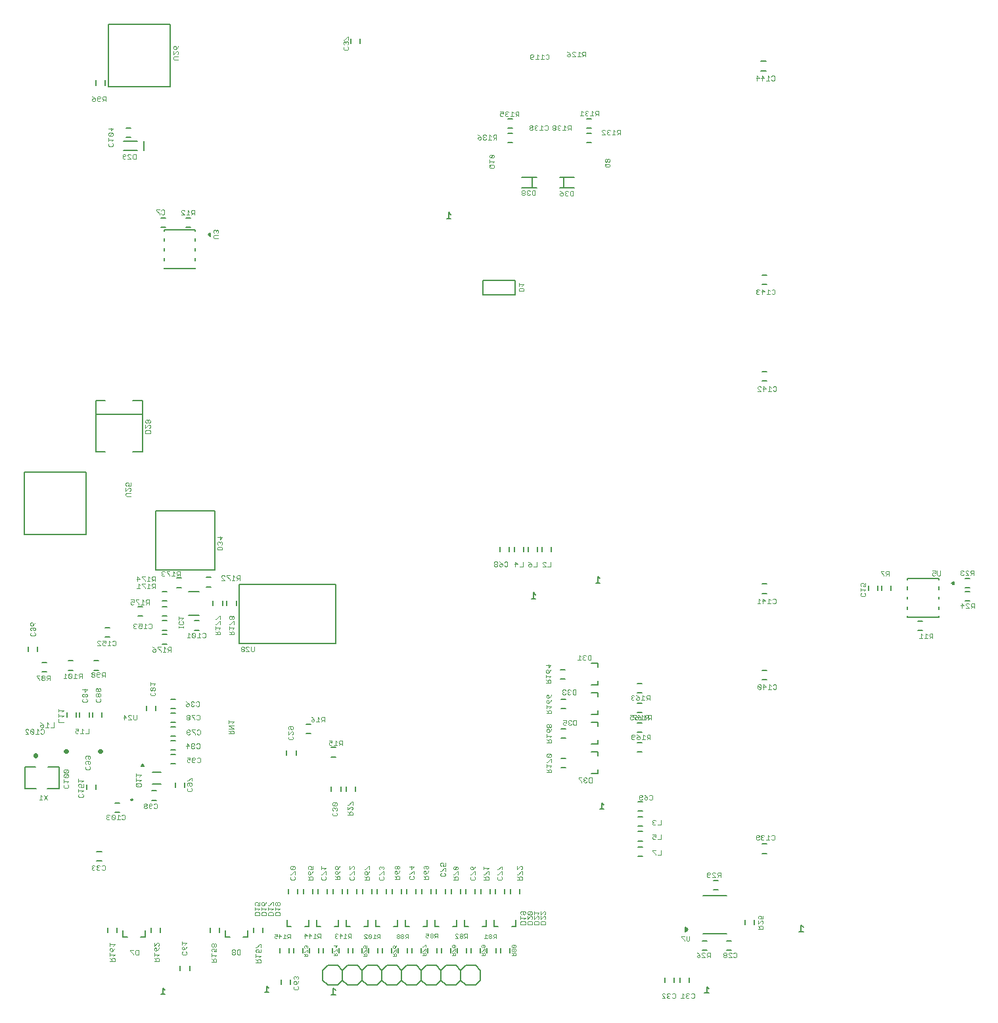
<source format=gbo>
G75*
%MOIN*%
%OFA0B0*%
%FSLAX25Y25*%
%IPPOS*%
%LPD*%
%AMOC8*
5,1,8,0,0,1.08239X$1,22.5*
%
%ADD10C,0.00800*%
%ADD11C,0.00600*%
%ADD12C,0.00400*%
%ADD13C,0.00500*%
%ADD14C,0.00300*%
%ADD15C,0.02200*%
D10*
X0115565Y0020948D02*
X0117700Y0020948D01*
X0116632Y0020948D02*
X0116632Y0024151D01*
X0117700Y0023083D01*
X0168165Y0021848D02*
X0170300Y0021848D01*
X0169232Y0021848D02*
X0169232Y0025051D01*
X0170300Y0023983D01*
X0202065Y0020748D02*
X0204200Y0020748D01*
X0203132Y0020748D02*
X0203132Y0023951D01*
X0204200Y0022883D01*
X0338165Y0114848D02*
X0340300Y0114848D01*
X0339232Y0114848D02*
X0339232Y0118051D01*
X0340300Y0116983D01*
X0392532Y0024751D02*
X0392532Y0021548D01*
X0391465Y0021548D02*
X0393600Y0021548D01*
X0393600Y0023683D02*
X0392532Y0024751D01*
X0439365Y0052748D02*
X0441500Y0052748D01*
X0440432Y0052748D02*
X0440432Y0055951D01*
X0441500Y0054883D01*
X0305700Y0221648D02*
X0303565Y0221648D01*
X0304632Y0221648D02*
X0304632Y0224851D01*
X0305700Y0223783D01*
X0336165Y0229748D02*
X0338300Y0229748D01*
X0337232Y0229748D02*
X0337232Y0232951D01*
X0338300Y0231883D01*
X0262683Y0414648D02*
X0260548Y0414648D01*
X0261616Y0414648D02*
X0261616Y0417851D01*
X0262683Y0416783D01*
X0107069Y0449187D02*
X0107069Y0454109D01*
X0103643Y0454109D02*
X0096557Y0454109D01*
X0096557Y0449187D02*
X0103643Y0449187D01*
X0063861Y0136260D02*
X0058350Y0136260D01*
X0063861Y0136260D02*
X0063861Y0125236D01*
X0057956Y0125236D01*
X0052444Y0125236D02*
X0046539Y0125236D01*
X0046539Y0136260D01*
X0052050Y0136260D01*
D11*
X0077838Y0127229D02*
X0077838Y0124867D01*
X0082562Y0124867D02*
X0082562Y0127229D01*
X0092219Y0118010D02*
X0094581Y0118010D01*
X0094581Y0113286D02*
X0092219Y0113286D01*
X0111019Y0119486D02*
X0113381Y0119486D01*
X0113381Y0124210D02*
X0111019Y0124210D01*
X0111435Y0127795D02*
X0115765Y0127795D01*
X0115765Y0133701D02*
X0111435Y0133701D01*
X0120619Y0137986D02*
X0122981Y0137986D01*
X0122981Y0142710D02*
X0120619Y0142710D01*
X0120619Y0144986D02*
X0122981Y0144986D01*
X0122981Y0149710D02*
X0120619Y0149710D01*
X0120619Y0151986D02*
X0122981Y0151986D01*
X0122981Y0156710D02*
X0120619Y0156710D01*
X0120619Y0158986D02*
X0122981Y0158986D01*
X0122981Y0163710D02*
X0120619Y0163710D01*
X0120619Y0165986D02*
X0122981Y0165986D01*
X0122981Y0170710D02*
X0120619Y0170710D01*
X0113062Y0167329D02*
X0113062Y0164967D01*
X0108338Y0164967D02*
X0108338Y0167329D01*
X0085762Y0164029D02*
X0085762Y0161667D01*
X0081038Y0161667D02*
X0081038Y0164029D01*
X0079162Y0164029D02*
X0079162Y0161667D01*
X0074438Y0161667D02*
X0074438Y0164029D01*
X0072662Y0164029D02*
X0072662Y0161667D01*
X0067938Y0161667D02*
X0067938Y0164029D01*
X0068519Y0185486D02*
X0070881Y0185486D01*
X0070881Y0190210D02*
X0068519Y0190210D01*
X0057581Y0189310D02*
X0055219Y0189310D01*
X0055219Y0184586D02*
X0057581Y0184586D01*
X0052962Y0194867D02*
X0052962Y0197229D01*
X0048238Y0197229D02*
X0048238Y0194867D01*
X0081519Y0190210D02*
X0083881Y0190210D01*
X0083881Y0185486D02*
X0081519Y0185486D01*
X0087419Y0202186D02*
X0089781Y0202186D01*
X0089781Y0206910D02*
X0087419Y0206910D01*
X0103919Y0213086D02*
X0106281Y0213086D01*
X0106281Y0217810D02*
X0103919Y0217810D01*
X0116319Y0217810D02*
X0118681Y0217810D01*
X0118581Y0220686D02*
X0116219Y0220686D01*
X0116219Y0225410D02*
X0118581Y0225410D01*
X0123619Y0227486D02*
X0125981Y0227486D01*
X0129497Y0225327D02*
X0135107Y0225327D01*
X0138719Y0227786D02*
X0141081Y0227786D01*
X0141081Y0232510D02*
X0138719Y0232510D01*
X0142138Y0220629D02*
X0142138Y0218267D01*
X0146862Y0218267D02*
X0146862Y0220629D01*
X0149138Y0220629D02*
X0149138Y0218267D01*
X0153862Y0218267D02*
X0153862Y0220629D01*
X0135107Y0213169D02*
X0129497Y0213169D01*
X0132719Y0210510D02*
X0135081Y0210510D01*
X0135081Y0205786D02*
X0132719Y0205786D01*
X0118681Y0205786D02*
X0116319Y0205786D01*
X0116319Y0203510D02*
X0118681Y0203510D01*
X0118681Y0198786D02*
X0116319Y0198786D01*
X0116319Y0210510D02*
X0118681Y0210510D01*
X0118681Y0213086D02*
X0116319Y0213086D01*
X0123619Y0232210D02*
X0125981Y0232210D01*
X0189419Y0158110D02*
X0191781Y0158110D01*
X0191781Y0153386D02*
X0189419Y0153386D01*
X0184162Y0144529D02*
X0184162Y0142167D01*
X0179438Y0142167D02*
X0179438Y0144529D01*
X0202019Y0146210D02*
X0204381Y0146210D01*
X0204381Y0141486D02*
X0202019Y0141486D01*
X0202138Y0126329D02*
X0202138Y0123967D01*
X0206862Y0123967D02*
X0206862Y0126329D01*
X0209738Y0126329D02*
X0209738Y0123967D01*
X0214462Y0123967D02*
X0214462Y0126329D01*
X0215062Y0074229D02*
X0215062Y0071867D01*
X0217838Y0071867D02*
X0217838Y0074229D01*
X0222562Y0074229D02*
X0222562Y0071867D01*
X0225338Y0071867D02*
X0225338Y0074229D01*
X0230062Y0074229D02*
X0230062Y0071867D01*
X0232838Y0071867D02*
X0232838Y0074229D01*
X0237562Y0074229D02*
X0237562Y0071867D01*
X0240338Y0071867D02*
X0240338Y0074229D01*
X0245062Y0074229D02*
X0245062Y0071867D01*
X0247838Y0071867D02*
X0247838Y0074229D01*
X0252562Y0074229D02*
X0252562Y0071867D01*
X0255338Y0071867D02*
X0255338Y0074229D01*
X0260062Y0074229D02*
X0260062Y0071867D01*
X0262838Y0071867D02*
X0262838Y0074229D01*
X0267562Y0074229D02*
X0267562Y0071867D01*
X0270338Y0071867D02*
X0270338Y0074229D01*
X0275062Y0074229D02*
X0275062Y0071867D01*
X0277838Y0071867D02*
X0277838Y0074229D01*
X0282562Y0074229D02*
X0282562Y0071867D01*
X0285338Y0071867D02*
X0285338Y0074229D01*
X0290062Y0074229D02*
X0290062Y0071867D01*
X0292838Y0071867D02*
X0292838Y0074229D01*
X0297562Y0074229D02*
X0297562Y0071867D01*
X0295800Y0058648D02*
X0295800Y0055448D01*
X0293600Y0055448D01*
X0286800Y0055448D02*
X0284600Y0055448D01*
X0284600Y0058648D01*
X0280800Y0058648D02*
X0280800Y0055448D01*
X0278600Y0055448D01*
X0271800Y0055448D02*
X0269600Y0055448D01*
X0269600Y0058648D01*
X0265800Y0058648D02*
X0265800Y0055448D01*
X0263600Y0055448D01*
X0256800Y0055448D02*
X0254600Y0055448D01*
X0254600Y0058648D01*
X0250800Y0058648D02*
X0250800Y0055448D01*
X0248600Y0055448D01*
X0241800Y0055448D02*
X0239600Y0055448D01*
X0239600Y0058648D01*
X0235800Y0058648D02*
X0235800Y0055448D01*
X0233600Y0055448D01*
X0226800Y0055448D02*
X0224600Y0055448D01*
X0224600Y0058648D01*
X0220800Y0058648D02*
X0220800Y0055448D01*
X0218600Y0055448D01*
X0211800Y0055448D02*
X0209600Y0055448D01*
X0209600Y0058648D01*
X0205800Y0058648D02*
X0205800Y0055448D01*
X0203600Y0055448D01*
X0196800Y0055448D02*
X0194600Y0055448D01*
X0194600Y0058648D01*
X0190800Y0058648D02*
X0190800Y0055448D01*
X0188600Y0055448D01*
X0181800Y0055448D02*
X0179600Y0055448D01*
X0179600Y0058648D01*
X0167262Y0054629D02*
X0167262Y0052267D01*
X0162538Y0052267D02*
X0162538Y0054629D01*
X0159500Y0053248D02*
X0159500Y0050048D01*
X0157300Y0050048D01*
X0150500Y0050048D02*
X0148300Y0050048D01*
X0148300Y0053248D01*
X0145262Y0052267D02*
X0145262Y0054629D01*
X0140538Y0054629D02*
X0140538Y0052267D01*
X0130162Y0035229D02*
X0130162Y0032867D01*
X0125438Y0032867D02*
X0125438Y0035229D01*
X0115362Y0052267D02*
X0115362Y0054629D01*
X0110638Y0054629D02*
X0110638Y0052267D01*
X0107600Y0053248D02*
X0107600Y0050048D01*
X0105400Y0050048D01*
X0098600Y0050048D02*
X0096400Y0050048D01*
X0096400Y0053248D01*
X0093362Y0052267D02*
X0093362Y0054629D01*
X0088638Y0054629D02*
X0088638Y0052267D01*
X0085481Y0088586D02*
X0083119Y0088586D01*
X0083119Y0093310D02*
X0085481Y0093310D01*
X0123038Y0125967D02*
X0123038Y0128329D01*
X0127762Y0128329D02*
X0127762Y0125967D01*
X0180338Y0074229D02*
X0180338Y0071867D01*
X0185062Y0071867D02*
X0185062Y0074229D01*
X0187838Y0074229D02*
X0187838Y0071867D01*
X0192562Y0071867D02*
X0192562Y0074229D01*
X0195338Y0074229D02*
X0195338Y0071867D01*
X0200062Y0071867D02*
X0200062Y0074229D01*
X0202838Y0074229D02*
X0202838Y0071867D01*
X0207562Y0071867D02*
X0207562Y0074229D01*
X0210338Y0074229D02*
X0210338Y0071867D01*
X0210562Y0044229D02*
X0210562Y0041867D01*
X0212838Y0041867D02*
X0212838Y0044229D01*
X0217562Y0044229D02*
X0217562Y0041867D01*
X0220838Y0041867D02*
X0220838Y0044229D01*
X0225562Y0044229D02*
X0225562Y0041867D01*
X0227838Y0041867D02*
X0227838Y0044229D01*
X0232562Y0044229D02*
X0232562Y0041867D01*
X0235838Y0041867D02*
X0235838Y0044229D01*
X0240562Y0044229D02*
X0240562Y0041867D01*
X0242838Y0041867D02*
X0242838Y0044229D01*
X0247562Y0044229D02*
X0247562Y0041867D01*
X0250838Y0041867D02*
X0250838Y0044229D01*
X0255562Y0044229D02*
X0255562Y0041867D01*
X0257838Y0041867D02*
X0257838Y0044229D01*
X0262562Y0044229D02*
X0262562Y0041867D01*
X0265838Y0041867D02*
X0265838Y0044229D01*
X0270562Y0044229D02*
X0270562Y0041867D01*
X0272838Y0041867D02*
X0272838Y0044229D01*
X0277562Y0044229D02*
X0277562Y0041867D01*
X0280838Y0041867D02*
X0280838Y0044229D01*
X0285562Y0044229D02*
X0285562Y0041867D01*
X0287838Y0041867D02*
X0287838Y0044229D01*
X0292562Y0044229D02*
X0292562Y0041867D01*
X0277700Y0033048D02*
X0277700Y0028048D01*
X0275200Y0025548D01*
X0270200Y0025548D01*
X0267700Y0028048D01*
X0267700Y0033048D01*
X0270200Y0035548D01*
X0275200Y0035548D01*
X0277700Y0033048D01*
X0267700Y0033048D02*
X0265200Y0035548D01*
X0260200Y0035548D01*
X0257700Y0033048D01*
X0255200Y0035548D01*
X0250200Y0035548D01*
X0247700Y0033048D01*
X0245200Y0035548D01*
X0240200Y0035548D01*
X0237700Y0033048D01*
X0235200Y0035548D01*
X0230200Y0035548D01*
X0227700Y0033048D01*
X0225200Y0035548D01*
X0220200Y0035548D01*
X0217700Y0033048D01*
X0215200Y0035548D01*
X0210200Y0035548D01*
X0207700Y0033048D01*
X0205200Y0035548D01*
X0200200Y0035548D01*
X0197700Y0033048D01*
X0197700Y0028048D01*
X0200200Y0025548D01*
X0205200Y0025548D01*
X0207700Y0028048D01*
X0210200Y0025548D01*
X0215200Y0025548D01*
X0217700Y0028048D01*
X0217700Y0033048D01*
X0217700Y0028048D02*
X0220200Y0025548D01*
X0225200Y0025548D01*
X0227700Y0028048D01*
X0230200Y0025548D01*
X0235200Y0025548D01*
X0237700Y0028048D01*
X0240200Y0025548D01*
X0245200Y0025548D01*
X0247700Y0028048D01*
X0247700Y0033048D01*
X0247700Y0028048D02*
X0250200Y0025548D01*
X0255200Y0025548D01*
X0257700Y0028048D01*
X0260200Y0025548D01*
X0265200Y0025548D01*
X0267700Y0028048D01*
X0257700Y0028048D02*
X0257700Y0033048D01*
X0237700Y0033048D02*
X0237700Y0028048D01*
X0227700Y0028048D02*
X0227700Y0033048D01*
X0207700Y0033048D02*
X0207700Y0028048D01*
X0205838Y0041867D02*
X0205838Y0044229D01*
X0202562Y0044229D02*
X0202562Y0041867D01*
X0197838Y0041867D02*
X0197838Y0044229D01*
X0195562Y0044229D02*
X0195562Y0041867D01*
X0190838Y0041867D02*
X0190838Y0044229D01*
X0187562Y0044229D02*
X0187562Y0041867D01*
X0182838Y0041867D02*
X0182838Y0044229D01*
X0180562Y0044229D02*
X0180562Y0041867D01*
X0175838Y0041867D02*
X0175838Y0044229D01*
X0176538Y0028229D02*
X0176538Y0025867D01*
X0181262Y0025867D02*
X0181262Y0028229D01*
X0318719Y0136086D02*
X0321081Y0136086D01*
X0321081Y0140810D02*
X0318719Y0140810D01*
X0318719Y0151086D02*
X0321081Y0151086D01*
X0321081Y0155810D02*
X0318719Y0155810D01*
X0318719Y0166086D02*
X0321081Y0166086D01*
X0321081Y0170810D02*
X0318719Y0170810D01*
X0318419Y0181086D02*
X0320781Y0181086D01*
X0320781Y0185810D02*
X0318419Y0185810D01*
X0334000Y0189048D02*
X0337200Y0189048D01*
X0337200Y0186848D01*
X0337200Y0180048D02*
X0337200Y0177848D01*
X0334000Y0177848D01*
X0334000Y0174048D02*
X0337200Y0174048D01*
X0337200Y0171848D01*
X0337200Y0165048D02*
X0337200Y0162848D01*
X0334000Y0162848D01*
X0334000Y0159048D02*
X0337200Y0159048D01*
X0337200Y0156848D01*
X0337200Y0150048D02*
X0337200Y0147848D01*
X0334000Y0147848D01*
X0334000Y0144048D02*
X0337200Y0144048D01*
X0337200Y0141848D01*
X0337200Y0135048D02*
X0337200Y0132848D01*
X0334000Y0132848D01*
X0357419Y0144086D02*
X0359781Y0144086D01*
X0359781Y0148810D02*
X0357419Y0148810D01*
X0357419Y0154086D02*
X0359781Y0154086D01*
X0359781Y0158810D02*
X0357419Y0158810D01*
X0357419Y0164086D02*
X0359781Y0164086D01*
X0359781Y0168810D02*
X0357419Y0168810D01*
X0357419Y0174086D02*
X0359781Y0174086D01*
X0359781Y0178810D02*
X0357419Y0178810D01*
X0357529Y0118610D02*
X0359891Y0118610D01*
X0359891Y0113886D02*
X0357529Y0113886D01*
X0357529Y0110910D02*
X0359891Y0110910D01*
X0359891Y0106186D02*
X0357529Y0106186D01*
X0357629Y0103510D02*
X0359991Y0103510D01*
X0359991Y0098786D02*
X0357629Y0098786D01*
X0357529Y0095610D02*
X0359891Y0095610D01*
X0359891Y0090886D02*
X0357529Y0090886D01*
X0390610Y0070948D02*
X0402810Y0070948D01*
X0398291Y0073986D02*
X0395929Y0073986D01*
X0395929Y0078710D02*
X0398291Y0078710D01*
X0412048Y0058629D02*
X0412048Y0056267D01*
X0416772Y0056267D02*
X0416772Y0058629D01*
X0402810Y0051748D02*
X0390610Y0051748D01*
X0390329Y0047910D02*
X0392691Y0047910D01*
X0392691Y0043186D02*
X0390329Y0043186D01*
X0402729Y0043186D02*
X0405091Y0043186D01*
X0405091Y0047910D02*
X0402729Y0047910D01*
X0383562Y0029329D02*
X0383562Y0026967D01*
X0378838Y0026967D02*
X0378838Y0029329D01*
X0375962Y0029429D02*
X0375962Y0027067D01*
X0371238Y0027067D02*
X0371238Y0029429D01*
X0420619Y0092486D02*
X0422981Y0092486D01*
X0422981Y0097210D02*
X0420619Y0097210D01*
X0420619Y0180586D02*
X0422981Y0180586D01*
X0422981Y0185310D02*
X0420619Y0185310D01*
X0420619Y0224486D02*
X0422981Y0224486D01*
X0422981Y0229210D02*
X0420619Y0229210D01*
X0474548Y0228429D02*
X0474548Y0226067D01*
X0479272Y0226067D02*
X0479272Y0228429D01*
X0481248Y0228229D02*
X0481248Y0225867D01*
X0485972Y0225867D02*
X0485972Y0228229D01*
X0499629Y0210410D02*
X0501991Y0210410D01*
X0501991Y0205686D02*
X0499629Y0205686D01*
X0523619Y0220596D02*
X0525981Y0220596D01*
X0525981Y0225320D02*
X0523619Y0225320D01*
X0523719Y0227296D02*
X0526081Y0227296D01*
X0526081Y0232020D02*
X0523719Y0232020D01*
X0422981Y0332286D02*
X0420619Y0332286D01*
X0420619Y0337010D02*
X0422981Y0337010D01*
X0422881Y0381286D02*
X0420519Y0381286D01*
X0420519Y0386010D02*
X0422881Y0386010D01*
X0333881Y0453164D02*
X0331519Y0453164D01*
X0331519Y0457888D02*
X0333881Y0457888D01*
X0333881Y0460664D02*
X0331519Y0460664D01*
X0331519Y0465388D02*
X0333881Y0465388D01*
X0293881Y0465388D02*
X0291519Y0465388D01*
X0291519Y0460664D02*
X0293881Y0460664D01*
X0293881Y0457888D02*
X0291519Y0457888D01*
X0291519Y0453164D02*
X0293881Y0453164D01*
X0216762Y0503667D02*
X0216762Y0506029D01*
X0212038Y0506029D02*
X0212038Y0503667D01*
X0130781Y0415010D02*
X0128419Y0415010D01*
X0128419Y0410286D02*
X0130781Y0410286D01*
X0117881Y0410286D02*
X0115519Y0410286D01*
X0115519Y0415010D02*
X0117881Y0415010D01*
X0100281Y0455986D02*
X0097919Y0455986D01*
X0097919Y0460710D02*
X0100281Y0460710D01*
X0087362Y0482467D02*
X0087362Y0484829D01*
X0082638Y0484829D02*
X0082638Y0482467D01*
X0287638Y0248029D02*
X0287638Y0245667D01*
X0292362Y0245667D02*
X0292362Y0248029D01*
X0294838Y0248129D02*
X0294838Y0245767D01*
X0299562Y0245767D02*
X0299562Y0248129D01*
X0301838Y0248129D02*
X0301838Y0245767D01*
X0306562Y0245767D02*
X0306562Y0248129D01*
X0308938Y0248129D02*
X0308938Y0245767D01*
X0313662Y0245767D02*
X0313662Y0248129D01*
X0420119Y0489786D02*
X0422481Y0489786D01*
X0422481Y0494510D02*
X0420119Y0494510D01*
D12*
X0092152Y0037648D02*
X0089750Y0037648D01*
X0090551Y0037648D02*
X0090551Y0038849D01*
X0090951Y0039249D01*
X0091752Y0039249D01*
X0092152Y0038849D01*
X0092152Y0037648D01*
X0090551Y0038449D02*
X0089750Y0039249D01*
X0089750Y0040226D02*
X0089750Y0041828D01*
X0089750Y0041027D02*
X0092152Y0041027D01*
X0091351Y0040226D01*
X0090951Y0042804D02*
X0090951Y0044005D01*
X0090551Y0044406D01*
X0090150Y0044406D01*
X0089750Y0044005D01*
X0089750Y0043205D01*
X0090150Y0042804D01*
X0090951Y0042804D01*
X0091752Y0043605D01*
X0092152Y0044406D01*
X0091351Y0045383D02*
X0092152Y0046183D01*
X0089750Y0046183D01*
X0089750Y0045383D02*
X0089750Y0046984D01*
X0100020Y0043350D02*
X0100020Y0042950D01*
X0101622Y0041348D01*
X0101622Y0040948D01*
X0102599Y0041348D02*
X0102599Y0042950D01*
X0102999Y0043350D01*
X0104200Y0043350D01*
X0104200Y0040948D01*
X0102999Y0040948D01*
X0102599Y0041348D01*
X0101622Y0043350D02*
X0100020Y0043350D01*
X0112150Y0043305D02*
X0112150Y0044105D01*
X0112550Y0044506D01*
X0112951Y0044506D01*
X0113351Y0044105D01*
X0113351Y0042904D01*
X0112550Y0042904D01*
X0112150Y0043305D01*
X0113351Y0042904D02*
X0114152Y0043705D01*
X0114552Y0044506D01*
X0114152Y0045483D02*
X0114552Y0045883D01*
X0114552Y0046684D01*
X0114152Y0047084D01*
X0113751Y0047084D01*
X0112150Y0045483D01*
X0112150Y0047084D01*
X0112150Y0041928D02*
X0112150Y0040326D01*
X0112150Y0041127D02*
X0114552Y0041127D01*
X0113751Y0040326D01*
X0113351Y0039349D02*
X0112951Y0038949D01*
X0112951Y0037748D01*
X0112951Y0038549D02*
X0112150Y0039349D01*
X0113351Y0039349D02*
X0114152Y0039349D01*
X0114552Y0038949D01*
X0114552Y0037748D01*
X0112150Y0037748D01*
X0126150Y0041314D02*
X0126150Y0042114D01*
X0126550Y0042515D01*
X0126550Y0043492D02*
X0126150Y0043892D01*
X0126150Y0044693D01*
X0126550Y0045093D01*
X0126951Y0045093D01*
X0127351Y0044693D01*
X0127351Y0043492D01*
X0126550Y0043492D01*
X0127351Y0043492D02*
X0128152Y0044292D01*
X0128552Y0045093D01*
X0127751Y0046070D02*
X0128552Y0046870D01*
X0126150Y0046870D01*
X0126150Y0046070D02*
X0126150Y0047671D01*
X0128152Y0042515D02*
X0128552Y0042114D01*
X0128552Y0041314D01*
X0128152Y0040913D01*
X0126550Y0040913D01*
X0126150Y0041314D01*
X0141350Y0041515D02*
X0141350Y0039913D01*
X0141350Y0040714D02*
X0143752Y0040714D01*
X0142951Y0039913D01*
X0142551Y0038937D02*
X0142151Y0038536D01*
X0142151Y0037335D01*
X0142151Y0038136D02*
X0141350Y0038937D01*
X0142551Y0038937D02*
X0143352Y0038937D01*
X0143752Y0038536D01*
X0143752Y0037335D01*
X0141350Y0037335D01*
X0141750Y0042492D02*
X0141350Y0042892D01*
X0141350Y0043693D01*
X0141750Y0044093D01*
X0142551Y0044093D01*
X0142951Y0043693D01*
X0142951Y0043292D01*
X0142551Y0042492D01*
X0143752Y0042492D01*
X0143752Y0044093D01*
X0143352Y0045070D02*
X0142951Y0045070D01*
X0142551Y0045470D01*
X0142551Y0046271D01*
X0142151Y0046671D01*
X0141750Y0046671D01*
X0141350Y0046271D01*
X0141350Y0045470D01*
X0141750Y0045070D01*
X0142151Y0045070D01*
X0142551Y0045470D01*
X0142551Y0046271D02*
X0142951Y0046671D01*
X0143352Y0046671D01*
X0143752Y0046271D01*
X0143752Y0045470D01*
X0143352Y0045070D01*
X0151620Y0043150D02*
X0151620Y0042749D01*
X0152021Y0042349D01*
X0152821Y0042349D01*
X0153222Y0042749D01*
X0153222Y0043150D01*
X0152821Y0043550D01*
X0152021Y0043550D01*
X0151620Y0043150D01*
X0152021Y0042349D02*
X0151620Y0041949D01*
X0151620Y0041548D01*
X0152021Y0041148D01*
X0152821Y0041148D01*
X0153222Y0041548D01*
X0153222Y0041949D01*
X0152821Y0042349D01*
X0154199Y0041548D02*
X0154199Y0043150D01*
X0154599Y0043550D01*
X0155800Y0043550D01*
X0155800Y0041148D01*
X0154599Y0041148D01*
X0154199Y0041548D01*
X0163750Y0041228D02*
X0163750Y0039626D01*
X0163750Y0040427D02*
X0166152Y0040427D01*
X0165351Y0039626D01*
X0164951Y0038649D02*
X0164551Y0038249D01*
X0164551Y0037048D01*
X0164551Y0037849D02*
X0163750Y0038649D01*
X0164951Y0038649D02*
X0165752Y0038649D01*
X0166152Y0038249D01*
X0166152Y0037048D01*
X0163750Y0037048D01*
X0164150Y0042204D02*
X0163750Y0042605D01*
X0163750Y0043405D01*
X0164150Y0043806D01*
X0164951Y0043806D01*
X0165351Y0043405D01*
X0165351Y0043005D01*
X0164951Y0042204D01*
X0166152Y0042204D01*
X0166152Y0043806D01*
X0166152Y0044783D02*
X0166152Y0046384D01*
X0165752Y0046384D01*
X0164150Y0044783D01*
X0163750Y0044783D01*
X0163300Y0060913D02*
X0163300Y0062114D01*
X0163700Y0062515D01*
X0165302Y0062515D01*
X0165702Y0062114D01*
X0165702Y0060913D01*
X0163300Y0060913D01*
X0163300Y0063492D02*
X0163300Y0065093D01*
X0163300Y0064292D02*
X0165702Y0064292D01*
X0164901Y0063492D01*
X0166700Y0063492D02*
X0166700Y0065093D01*
X0166700Y0064292D02*
X0169102Y0064292D01*
X0168301Y0063492D01*
X0168702Y0062515D02*
X0169102Y0062114D01*
X0169102Y0060913D01*
X0166700Y0060913D01*
X0166700Y0062114D01*
X0167100Y0062515D01*
X0168702Y0062515D01*
X0170100Y0062114D02*
X0170500Y0062515D01*
X0172102Y0062515D01*
X0172502Y0062114D01*
X0172502Y0060913D01*
X0170100Y0060913D01*
X0170100Y0062114D01*
X0170100Y0063492D02*
X0170100Y0065093D01*
X0170100Y0064292D02*
X0172502Y0064292D01*
X0171701Y0063492D01*
X0173500Y0063492D02*
X0173500Y0065093D01*
X0173500Y0064292D02*
X0175902Y0064292D01*
X0175101Y0063492D01*
X0175502Y0062515D02*
X0175902Y0062114D01*
X0175902Y0060913D01*
X0173500Y0060913D01*
X0173500Y0062114D01*
X0173900Y0062515D01*
X0175502Y0062515D01*
X0175502Y0066070D02*
X0175101Y0066070D01*
X0174701Y0066470D01*
X0174701Y0067271D01*
X0174301Y0067671D01*
X0173900Y0067671D01*
X0173500Y0067271D01*
X0173500Y0066470D01*
X0173900Y0066070D01*
X0174301Y0066070D01*
X0174701Y0066470D01*
X0174701Y0067271D02*
X0175101Y0067671D01*
X0175502Y0067671D01*
X0175902Y0067271D01*
X0175902Y0066470D01*
X0175502Y0066070D01*
X0172502Y0066070D02*
X0172502Y0067671D01*
X0172102Y0067671D01*
X0170500Y0066070D01*
X0170100Y0066070D01*
X0168702Y0066870D02*
X0167901Y0066070D01*
X0167901Y0067271D01*
X0167501Y0067671D01*
X0167100Y0067671D01*
X0166700Y0067271D01*
X0166700Y0066470D01*
X0167100Y0066070D01*
X0167901Y0066070D01*
X0168702Y0066870D02*
X0169102Y0067671D01*
X0165702Y0067671D02*
X0165702Y0066070D01*
X0164501Y0066070D01*
X0164901Y0066870D01*
X0164901Y0067271D01*
X0164501Y0067671D01*
X0163700Y0067671D01*
X0163300Y0067271D01*
X0163300Y0066470D01*
X0163700Y0066070D01*
X0181250Y0079548D02*
X0181250Y0080349D01*
X0181650Y0080749D01*
X0181650Y0081726D02*
X0181250Y0081726D01*
X0181650Y0081726D02*
X0183252Y0083328D01*
X0183652Y0083328D01*
X0183652Y0081726D01*
X0183252Y0080749D02*
X0183652Y0080349D01*
X0183652Y0079548D01*
X0183252Y0079148D01*
X0181650Y0079148D01*
X0181250Y0079548D01*
X0181650Y0084304D02*
X0183252Y0085906D01*
X0181650Y0085906D01*
X0181250Y0085505D01*
X0181250Y0084705D01*
X0181650Y0084304D01*
X0183252Y0084304D01*
X0183652Y0084705D01*
X0183652Y0085505D01*
X0183252Y0085906D01*
X0190250Y0085505D02*
X0190250Y0084705D01*
X0190650Y0084304D01*
X0191451Y0084304D02*
X0191851Y0085105D01*
X0191851Y0085505D01*
X0191451Y0085906D01*
X0190650Y0085906D01*
X0190250Y0085505D01*
X0191451Y0084304D02*
X0192652Y0084304D01*
X0192652Y0085906D01*
X0192652Y0083328D02*
X0192252Y0082527D01*
X0191451Y0081726D01*
X0191451Y0082927D01*
X0191051Y0083328D01*
X0190650Y0083328D01*
X0190250Y0082927D01*
X0190250Y0082127D01*
X0190650Y0081726D01*
X0191451Y0081726D01*
X0191451Y0080749D02*
X0191051Y0080349D01*
X0191051Y0079148D01*
X0191051Y0079949D02*
X0190250Y0080749D01*
X0191451Y0080749D02*
X0192252Y0080749D01*
X0192652Y0080349D01*
X0192652Y0079148D01*
X0190250Y0079148D01*
X0196850Y0079548D02*
X0196850Y0080349D01*
X0197250Y0080749D01*
X0197250Y0081726D02*
X0196850Y0081726D01*
X0197250Y0081726D02*
X0198852Y0083328D01*
X0199252Y0083328D01*
X0199252Y0081726D01*
X0198852Y0080749D02*
X0199252Y0080349D01*
X0199252Y0079548D01*
X0198852Y0079148D01*
X0197250Y0079148D01*
X0196850Y0079548D01*
X0196850Y0084304D02*
X0196850Y0085906D01*
X0196850Y0085105D02*
X0199252Y0085105D01*
X0198451Y0084304D01*
X0204050Y0084805D02*
X0204050Y0085605D01*
X0204450Y0086006D01*
X0204851Y0086006D01*
X0205251Y0085605D01*
X0205251Y0084404D01*
X0204450Y0084404D01*
X0204050Y0084805D01*
X0205251Y0084404D02*
X0206052Y0085205D01*
X0206452Y0086006D01*
X0206452Y0083428D02*
X0206052Y0082627D01*
X0205251Y0081826D01*
X0205251Y0083027D01*
X0204851Y0083428D01*
X0204450Y0083428D01*
X0204050Y0083027D01*
X0204050Y0082227D01*
X0204450Y0081826D01*
X0205251Y0081826D01*
X0205251Y0080849D02*
X0204851Y0080449D01*
X0204851Y0079248D01*
X0204851Y0080049D02*
X0204050Y0080849D01*
X0205251Y0080849D02*
X0206052Y0080849D01*
X0206452Y0080449D01*
X0206452Y0079248D01*
X0204050Y0079248D01*
X0211350Y0079548D02*
X0211350Y0080349D01*
X0211750Y0080749D01*
X0211750Y0081726D02*
X0211350Y0081726D01*
X0211750Y0081726D02*
X0213352Y0083328D01*
X0213752Y0083328D01*
X0213752Y0081726D01*
X0213352Y0080749D02*
X0213752Y0080349D01*
X0213752Y0079548D01*
X0213352Y0079148D01*
X0211750Y0079148D01*
X0211350Y0079548D01*
X0211350Y0084304D02*
X0212951Y0085906D01*
X0213352Y0085906D01*
X0213752Y0085505D01*
X0213752Y0084705D01*
X0213352Y0084304D01*
X0211350Y0084304D02*
X0211350Y0085906D01*
X0218950Y0084304D02*
X0219350Y0084304D01*
X0220952Y0085906D01*
X0221352Y0085906D01*
X0221352Y0084304D01*
X0221352Y0083328D02*
X0220952Y0082527D01*
X0220151Y0081726D01*
X0220151Y0082927D01*
X0219751Y0083328D01*
X0219350Y0083328D01*
X0218950Y0082927D01*
X0218950Y0082127D01*
X0219350Y0081726D01*
X0220151Y0081726D01*
X0220151Y0080749D02*
X0219751Y0080349D01*
X0219751Y0079148D01*
X0219751Y0079949D02*
X0218950Y0080749D01*
X0220151Y0080749D02*
X0220952Y0080749D01*
X0221352Y0080349D01*
X0221352Y0079148D01*
X0218950Y0079148D01*
X0226350Y0079448D02*
X0226350Y0080249D01*
X0226750Y0080649D01*
X0226750Y0081626D02*
X0226350Y0081626D01*
X0226750Y0081626D02*
X0228352Y0083228D01*
X0228752Y0083228D01*
X0228752Y0081626D01*
X0228352Y0080649D02*
X0228752Y0080249D01*
X0228752Y0079448D01*
X0228352Y0079048D01*
X0226750Y0079048D01*
X0226350Y0079448D01*
X0226750Y0084204D02*
X0226350Y0084605D01*
X0226350Y0085405D01*
X0226750Y0085806D01*
X0227151Y0085806D01*
X0227551Y0085405D01*
X0227551Y0085005D01*
X0227551Y0085405D02*
X0227951Y0085806D01*
X0228352Y0085806D01*
X0228752Y0085405D01*
X0228752Y0084605D01*
X0228352Y0084204D01*
X0234250Y0084905D02*
X0234650Y0084504D01*
X0235051Y0084504D01*
X0235451Y0084905D01*
X0235451Y0085705D01*
X0235051Y0086106D01*
X0234650Y0086106D01*
X0234250Y0085705D01*
X0234250Y0084905D01*
X0235451Y0084905D02*
X0235851Y0084504D01*
X0236252Y0084504D01*
X0236652Y0084905D01*
X0236652Y0085705D01*
X0236252Y0086106D01*
X0235851Y0086106D01*
X0235451Y0085705D01*
X0235051Y0083528D02*
X0235451Y0083127D01*
X0235451Y0081926D01*
X0234650Y0081926D01*
X0234250Y0082327D01*
X0234250Y0083127D01*
X0234650Y0083528D01*
X0235051Y0083528D01*
X0236252Y0082727D02*
X0235451Y0081926D01*
X0235451Y0080949D02*
X0235051Y0080549D01*
X0235051Y0079348D01*
X0235051Y0080149D02*
X0234250Y0080949D01*
X0235451Y0080949D02*
X0236252Y0080949D01*
X0236652Y0080549D01*
X0236652Y0079348D01*
X0234250Y0079348D01*
X0236252Y0082727D02*
X0236652Y0083528D01*
X0241550Y0081826D02*
X0241950Y0081826D01*
X0243552Y0083428D01*
X0243952Y0083428D01*
X0243952Y0081826D01*
X0243552Y0080849D02*
X0243952Y0080449D01*
X0243952Y0079648D01*
X0243552Y0079248D01*
X0241950Y0079248D01*
X0241550Y0079648D01*
X0241550Y0080449D01*
X0241950Y0080849D01*
X0242751Y0084404D02*
X0242751Y0086006D01*
X0241550Y0085605D02*
X0243952Y0085605D01*
X0242751Y0084404D01*
X0248850Y0084905D02*
X0248850Y0085705D01*
X0249250Y0086106D01*
X0250852Y0086106D01*
X0251252Y0085705D01*
X0251252Y0084905D01*
X0250852Y0084504D01*
X0250451Y0084504D01*
X0250051Y0084905D01*
X0250051Y0086106D01*
X0248850Y0084905D02*
X0249250Y0084504D01*
X0249250Y0083528D02*
X0249651Y0083528D01*
X0250051Y0083127D01*
X0250051Y0081926D01*
X0249250Y0081926D01*
X0248850Y0082327D01*
X0248850Y0083127D01*
X0249250Y0083528D01*
X0250852Y0082727D02*
X0250051Y0081926D01*
X0250051Y0080949D02*
X0249651Y0080549D01*
X0249651Y0079348D01*
X0249651Y0080149D02*
X0248850Y0080949D01*
X0250051Y0080949D02*
X0250852Y0080949D01*
X0251252Y0080549D01*
X0251252Y0079348D01*
X0248850Y0079348D01*
X0250852Y0082727D02*
X0251252Y0083528D01*
X0257450Y0083426D02*
X0257850Y0083426D01*
X0259452Y0085028D01*
X0259852Y0085028D01*
X0259852Y0083426D01*
X0259452Y0082449D02*
X0259852Y0082049D01*
X0259852Y0081248D01*
X0259452Y0080848D01*
X0257850Y0080848D01*
X0257450Y0081248D01*
X0257450Y0082049D01*
X0257850Y0082449D01*
X0257850Y0086004D02*
X0257450Y0086405D01*
X0257450Y0087205D01*
X0257850Y0087606D01*
X0258651Y0087606D01*
X0259051Y0087205D01*
X0259051Y0086805D01*
X0258651Y0086004D01*
X0259852Y0086004D01*
X0259852Y0087606D01*
X0263950Y0085405D02*
X0263950Y0084605D01*
X0264350Y0084204D01*
X0265952Y0085806D01*
X0264350Y0085806D01*
X0263950Y0085405D01*
X0264350Y0084204D02*
X0265952Y0084204D01*
X0266352Y0084605D01*
X0266352Y0085405D01*
X0265952Y0085806D01*
X0265952Y0083228D02*
X0264350Y0081626D01*
X0263950Y0081626D01*
X0263950Y0080649D02*
X0264751Y0079849D01*
X0264751Y0080249D02*
X0264751Y0079048D01*
X0263950Y0079048D02*
X0266352Y0079048D01*
X0266352Y0080249D01*
X0265952Y0080649D01*
X0265151Y0080649D01*
X0264751Y0080249D01*
X0266352Y0081626D02*
X0266352Y0083228D01*
X0265952Y0083228D01*
X0272650Y0084605D02*
X0272650Y0085405D01*
X0273050Y0085806D01*
X0273451Y0085806D01*
X0273851Y0085405D01*
X0273851Y0084204D01*
X0273050Y0084204D01*
X0272650Y0084605D01*
X0273851Y0084204D02*
X0274652Y0085005D01*
X0275052Y0085806D01*
X0275052Y0083228D02*
X0274652Y0083228D01*
X0273050Y0081626D01*
X0272650Y0081626D01*
X0273050Y0080649D02*
X0272650Y0080249D01*
X0272650Y0079448D01*
X0273050Y0079048D01*
X0274652Y0079048D01*
X0275052Y0079448D01*
X0275052Y0080249D01*
X0274652Y0080649D01*
X0275052Y0081626D02*
X0275052Y0083228D01*
X0279450Y0084204D02*
X0279450Y0085806D01*
X0279450Y0085005D02*
X0281852Y0085005D01*
X0281051Y0084204D01*
X0281452Y0083228D02*
X0279850Y0081626D01*
X0279450Y0081626D01*
X0279450Y0080649D02*
X0280251Y0079849D01*
X0280251Y0080249D02*
X0280251Y0079048D01*
X0279450Y0079048D02*
X0281852Y0079048D01*
X0281852Y0080249D01*
X0281452Y0080649D01*
X0280651Y0080649D01*
X0280251Y0080249D01*
X0281852Y0081626D02*
X0281852Y0083228D01*
X0281452Y0083228D01*
X0286350Y0084204D02*
X0286750Y0084204D01*
X0288352Y0085806D01*
X0288752Y0085806D01*
X0288752Y0084204D01*
X0288752Y0083228D02*
X0288352Y0083228D01*
X0286750Y0081626D01*
X0286350Y0081626D01*
X0286750Y0080649D02*
X0286350Y0080249D01*
X0286350Y0079448D01*
X0286750Y0079048D01*
X0288352Y0079048D01*
X0288752Y0079448D01*
X0288752Y0080249D01*
X0288352Y0080649D01*
X0288752Y0081626D02*
X0288752Y0083228D01*
X0296450Y0084304D02*
X0298051Y0085906D01*
X0298452Y0085906D01*
X0298852Y0085505D01*
X0298852Y0084705D01*
X0298452Y0084304D01*
X0298452Y0083328D02*
X0296850Y0081726D01*
X0296450Y0081726D01*
X0296450Y0080749D02*
X0297251Y0079949D01*
X0297251Y0080349D02*
X0297251Y0079148D01*
X0296450Y0079148D02*
X0298852Y0079148D01*
X0298852Y0080349D01*
X0298452Y0080749D01*
X0297651Y0080749D01*
X0297251Y0080349D01*
X0298852Y0081726D02*
X0298852Y0083328D01*
X0298452Y0083328D01*
X0296450Y0084304D02*
X0296450Y0085906D01*
X0298500Y0063071D02*
X0300102Y0063071D01*
X0300502Y0062671D01*
X0300502Y0061870D01*
X0300102Y0061470D01*
X0299701Y0061470D01*
X0299301Y0061870D01*
X0299301Y0063071D01*
X0298500Y0063071D02*
X0298100Y0062671D01*
X0298100Y0061870D01*
X0298500Y0061470D01*
X0298100Y0060493D02*
X0298100Y0058892D01*
X0298100Y0059692D02*
X0300502Y0059692D01*
X0299701Y0058892D01*
X0300102Y0057915D02*
X0300502Y0057514D01*
X0300502Y0056313D01*
X0298100Y0056313D01*
X0298100Y0057514D01*
X0298500Y0057915D01*
X0300102Y0057915D01*
X0301500Y0057514D02*
X0301900Y0057915D01*
X0303502Y0057915D01*
X0303902Y0057514D01*
X0303902Y0056313D01*
X0301500Y0056313D01*
X0301500Y0057514D01*
X0301500Y0058892D02*
X0303101Y0060493D01*
X0303502Y0060493D01*
X0303902Y0060093D01*
X0303902Y0059292D01*
X0303502Y0058892D01*
X0304900Y0058892D02*
X0306501Y0060493D01*
X0306902Y0060493D01*
X0307302Y0060093D01*
X0307302Y0059292D01*
X0306902Y0058892D01*
X0306902Y0057915D02*
X0307302Y0057514D01*
X0307302Y0056313D01*
X0304900Y0056313D01*
X0304900Y0057514D01*
X0305300Y0057915D01*
X0306902Y0057915D01*
X0308300Y0057514D02*
X0308700Y0057915D01*
X0310302Y0057915D01*
X0310702Y0057514D01*
X0310702Y0056313D01*
X0308300Y0056313D01*
X0308300Y0057514D01*
X0308300Y0058892D02*
X0309901Y0060493D01*
X0310302Y0060493D01*
X0310702Y0060093D01*
X0310702Y0059292D01*
X0310302Y0058892D01*
X0308300Y0058892D02*
X0308300Y0060493D01*
X0308300Y0061470D02*
X0309901Y0063071D01*
X0310302Y0063071D01*
X0310702Y0062671D01*
X0310702Y0061870D01*
X0310302Y0061470D01*
X0308300Y0061470D02*
X0308300Y0063071D01*
X0307302Y0062270D02*
X0304900Y0062270D01*
X0304900Y0061470D02*
X0304900Y0063071D01*
X0303902Y0062671D02*
X0303502Y0063071D01*
X0301900Y0061470D01*
X0301500Y0061870D01*
X0301500Y0062671D01*
X0301900Y0063071D01*
X0303502Y0063071D01*
X0303902Y0062671D02*
X0303902Y0061870D01*
X0303502Y0061470D01*
X0301900Y0061470D01*
X0301500Y0060493D02*
X0301500Y0058892D01*
X0304900Y0058892D02*
X0304900Y0060493D01*
X0306501Y0061470D02*
X0307302Y0062270D01*
X0364987Y0093600D02*
X0366588Y0091998D01*
X0366588Y0091598D01*
X0367565Y0091598D02*
X0369167Y0091598D01*
X0369167Y0094000D01*
X0366588Y0094000D02*
X0364987Y0094000D01*
X0364987Y0093600D01*
X0365487Y0099598D02*
X0366288Y0099598D01*
X0366688Y0099998D01*
X0366688Y0100799D02*
X0365888Y0101199D01*
X0365487Y0101199D01*
X0365087Y0100799D01*
X0365087Y0099998D01*
X0365487Y0099598D01*
X0366688Y0100799D02*
X0366688Y0102000D01*
X0365087Y0102000D01*
X0367665Y0099598D02*
X0369267Y0099598D01*
X0369267Y0102000D01*
X0369167Y0106898D02*
X0367565Y0106898D01*
X0366588Y0107298D02*
X0366188Y0106898D01*
X0365387Y0106898D01*
X0364987Y0107298D01*
X0364987Y0107699D01*
X0365387Y0108099D01*
X0365788Y0108099D01*
X0365387Y0108099D02*
X0364987Y0108499D01*
X0364987Y0108900D01*
X0365387Y0109300D01*
X0366188Y0109300D01*
X0366588Y0108900D01*
X0369167Y0109300D02*
X0369167Y0106898D01*
X0364610Y0119698D02*
X0363809Y0119698D01*
X0363409Y0120098D01*
X0362432Y0120098D02*
X0362032Y0119698D01*
X0361231Y0119698D01*
X0360831Y0120098D01*
X0360831Y0120499D01*
X0361231Y0120899D01*
X0362432Y0120899D01*
X0362432Y0120098D01*
X0362432Y0120899D02*
X0361631Y0121700D01*
X0360831Y0122100D01*
X0359854Y0121700D02*
X0359854Y0121299D01*
X0359454Y0120899D01*
X0358252Y0120899D01*
X0358252Y0120098D02*
X0358252Y0121700D01*
X0358653Y0122100D01*
X0359454Y0122100D01*
X0359854Y0121700D01*
X0359854Y0120098D02*
X0359454Y0119698D01*
X0358653Y0119698D01*
X0358252Y0120098D01*
X0363409Y0121700D02*
X0363809Y0122100D01*
X0364610Y0122100D01*
X0365010Y0121700D01*
X0365010Y0120098D01*
X0364610Y0119698D01*
X0334300Y0128448D02*
X0333099Y0128448D01*
X0332699Y0128848D01*
X0332699Y0130450D01*
X0333099Y0130850D01*
X0334300Y0130850D01*
X0334300Y0128448D01*
X0331722Y0128848D02*
X0331321Y0128448D01*
X0330521Y0128448D01*
X0330120Y0128848D01*
X0330120Y0129249D01*
X0330521Y0129649D01*
X0330921Y0129649D01*
X0330521Y0129649D02*
X0330120Y0130049D01*
X0330120Y0130450D01*
X0330521Y0130850D01*
X0331321Y0130850D01*
X0331722Y0130450D01*
X0329144Y0130850D02*
X0327542Y0130850D01*
X0327542Y0130450D01*
X0329144Y0128848D01*
X0329144Y0128448D01*
X0313752Y0133535D02*
X0313752Y0134736D01*
X0313352Y0135137D01*
X0312551Y0135137D01*
X0312151Y0134736D01*
X0312151Y0133535D01*
X0312151Y0134336D02*
X0311350Y0135137D01*
X0311350Y0136113D02*
X0311350Y0137715D01*
X0311350Y0136914D02*
X0313752Y0136914D01*
X0312951Y0136113D01*
X0313752Y0133535D02*
X0311350Y0133535D01*
X0311350Y0138692D02*
X0311750Y0138692D01*
X0313352Y0140293D01*
X0313752Y0140293D01*
X0313752Y0138692D01*
X0313352Y0141270D02*
X0313752Y0141670D01*
X0313752Y0142471D01*
X0313352Y0142871D01*
X0311750Y0141270D01*
X0311350Y0141670D01*
X0311350Y0142471D01*
X0311750Y0142871D01*
X0313352Y0142871D01*
X0313352Y0141270D02*
X0311750Y0141270D01*
X0311350Y0148735D02*
X0313752Y0148735D01*
X0313752Y0149936D01*
X0313352Y0150337D01*
X0312551Y0150337D01*
X0312151Y0149936D01*
X0312151Y0148735D01*
X0312151Y0149536D02*
X0311350Y0150337D01*
X0311350Y0151313D02*
X0311350Y0152915D01*
X0311350Y0152114D02*
X0313752Y0152114D01*
X0312951Y0151313D01*
X0312551Y0153892D02*
X0312551Y0155093D01*
X0312151Y0155493D01*
X0311750Y0155493D01*
X0311350Y0155093D01*
X0311350Y0154292D01*
X0311750Y0153892D01*
X0312551Y0153892D01*
X0313352Y0154692D01*
X0313752Y0155493D01*
X0313352Y0156470D02*
X0312951Y0156470D01*
X0312551Y0156870D01*
X0312551Y0157671D01*
X0312151Y0158071D01*
X0311750Y0158071D01*
X0311350Y0157671D01*
X0311350Y0156870D01*
X0311750Y0156470D01*
X0312151Y0156470D01*
X0312551Y0156870D01*
X0312551Y0157671D02*
X0312951Y0158071D01*
X0313352Y0158071D01*
X0313752Y0157671D01*
X0313752Y0156870D01*
X0313352Y0156470D01*
X0319642Y0157948D02*
X0319642Y0158749D01*
X0320043Y0159149D01*
X0320443Y0159149D01*
X0321244Y0158749D01*
X0321244Y0159950D01*
X0319642Y0159950D01*
X0319642Y0157948D02*
X0320043Y0157548D01*
X0320843Y0157548D01*
X0321244Y0157948D01*
X0322220Y0157948D02*
X0322621Y0157548D01*
X0323421Y0157548D01*
X0323822Y0157948D01*
X0324799Y0157948D02*
X0324799Y0159550D01*
X0325199Y0159950D01*
X0326400Y0159950D01*
X0326400Y0157548D01*
X0325199Y0157548D01*
X0324799Y0157948D01*
X0323822Y0159550D02*
X0323421Y0159950D01*
X0322621Y0159950D01*
X0322220Y0159550D01*
X0322220Y0159149D01*
X0322621Y0158749D01*
X0322220Y0158349D01*
X0322220Y0157948D01*
X0322621Y0158749D02*
X0323021Y0158749D01*
X0313552Y0163535D02*
X0313552Y0164736D01*
X0313152Y0165137D01*
X0312351Y0165137D01*
X0311951Y0164736D01*
X0311951Y0163535D01*
X0311951Y0164336D02*
X0311150Y0165137D01*
X0311150Y0166113D02*
X0311150Y0167715D01*
X0311150Y0166914D02*
X0313552Y0166914D01*
X0312751Y0166113D01*
X0312351Y0168692D02*
X0312351Y0169893D01*
X0311951Y0170293D01*
X0311550Y0170293D01*
X0311150Y0169893D01*
X0311150Y0169092D01*
X0311550Y0168692D01*
X0312351Y0168692D01*
X0313152Y0169492D01*
X0313552Y0170293D01*
X0312351Y0171270D02*
X0312351Y0172471D01*
X0311951Y0172871D01*
X0311550Y0172871D01*
X0311150Y0172471D01*
X0311150Y0171670D01*
X0311550Y0171270D01*
X0312351Y0171270D01*
X0313152Y0172070D01*
X0313552Y0172871D01*
X0319342Y0173548D02*
X0319743Y0173148D01*
X0320543Y0173148D01*
X0320944Y0173548D01*
X0321920Y0173548D02*
X0322321Y0173148D01*
X0323121Y0173148D01*
X0323522Y0173548D01*
X0324499Y0173548D02*
X0324499Y0175150D01*
X0324899Y0175550D01*
X0326100Y0175550D01*
X0326100Y0173148D01*
X0324899Y0173148D01*
X0324499Y0173548D01*
X0323522Y0175150D02*
X0323121Y0175550D01*
X0322321Y0175550D01*
X0321920Y0175150D01*
X0321920Y0174749D01*
X0322321Y0174349D01*
X0321920Y0173949D01*
X0321920Y0173548D01*
X0322321Y0174349D02*
X0322721Y0174349D01*
X0320944Y0175150D02*
X0320543Y0175550D01*
X0319743Y0175550D01*
X0319342Y0175150D01*
X0319342Y0174749D01*
X0319743Y0174349D01*
X0319342Y0173949D01*
X0319342Y0173548D01*
X0319743Y0174349D02*
X0320143Y0174349D01*
X0313452Y0178935D02*
X0313452Y0180136D01*
X0313052Y0180537D01*
X0312251Y0180537D01*
X0311851Y0180136D01*
X0311851Y0178935D01*
X0311851Y0179736D02*
X0311050Y0180537D01*
X0311050Y0181513D02*
X0311050Y0183115D01*
X0311050Y0182314D02*
X0313452Y0182314D01*
X0312651Y0181513D01*
X0312251Y0184092D02*
X0312251Y0185293D01*
X0311851Y0185693D01*
X0311450Y0185693D01*
X0311050Y0185293D01*
X0311050Y0184492D01*
X0311450Y0184092D01*
X0312251Y0184092D01*
X0313052Y0184892D01*
X0313452Y0185693D01*
X0312251Y0186670D02*
X0312251Y0188271D01*
X0311050Y0187871D02*
X0313452Y0187871D01*
X0312251Y0186670D01*
X0311050Y0178935D02*
X0313452Y0178935D01*
X0313552Y0163535D02*
X0311150Y0163535D01*
X0327042Y0190748D02*
X0328644Y0190748D01*
X0327843Y0190748D02*
X0327843Y0193150D01*
X0328644Y0192349D01*
X0329620Y0192349D02*
X0330021Y0191949D01*
X0329620Y0191549D01*
X0329620Y0191148D01*
X0330021Y0190748D01*
X0330821Y0190748D01*
X0331222Y0191148D01*
X0332199Y0191148D02*
X0332199Y0192750D01*
X0332599Y0193150D01*
X0333800Y0193150D01*
X0333800Y0190748D01*
X0332599Y0190748D01*
X0332199Y0191148D01*
X0331222Y0192750D02*
X0330821Y0193150D01*
X0330021Y0193150D01*
X0329620Y0192750D01*
X0329620Y0192349D01*
X0330021Y0191949D02*
X0330421Y0191949D01*
X0354177Y0172300D02*
X0354177Y0171899D01*
X0354577Y0171499D01*
X0354177Y0171099D01*
X0354177Y0170698D01*
X0354577Y0170298D01*
X0355378Y0170298D01*
X0355778Y0170698D01*
X0356755Y0170698D02*
X0356755Y0171099D01*
X0357155Y0171499D01*
X0358356Y0171499D01*
X0358356Y0170698D01*
X0357956Y0170298D01*
X0357155Y0170298D01*
X0356755Y0170698D01*
X0358356Y0171499D02*
X0357556Y0172300D01*
X0356755Y0172700D01*
X0355778Y0172300D02*
X0355378Y0172700D01*
X0354577Y0172700D01*
X0354177Y0172300D01*
X0354577Y0171499D02*
X0354978Y0171499D01*
X0359333Y0170298D02*
X0360935Y0170298D01*
X0360134Y0170298D02*
X0360134Y0172700D01*
X0360935Y0171899D01*
X0361911Y0171499D02*
X0362312Y0171099D01*
X0363513Y0171099D01*
X0362712Y0171099D02*
X0361911Y0170298D01*
X0361911Y0171499D02*
X0361911Y0172300D01*
X0362312Y0172700D01*
X0363513Y0172700D01*
X0363513Y0170298D01*
X0362900Y0162800D02*
X0361699Y0162800D01*
X0361299Y0162400D01*
X0361299Y0161599D01*
X0361699Y0161199D01*
X0362900Y0161199D01*
X0363099Y0161099D02*
X0364300Y0161099D01*
X0363499Y0161099D02*
X0362699Y0160298D01*
X0362900Y0160398D02*
X0362900Y0162800D01*
X0363099Y0162700D02*
X0362699Y0162300D01*
X0362699Y0161499D01*
X0363099Y0161099D01*
X0362099Y0161199D02*
X0361299Y0160398D01*
X0360921Y0160298D02*
X0360921Y0162700D01*
X0361722Y0161899D01*
X0360322Y0161999D02*
X0359521Y0162800D01*
X0359521Y0160398D01*
X0359144Y0160698D02*
X0358743Y0160298D01*
X0357943Y0160298D01*
X0357542Y0160698D01*
X0357542Y0161099D01*
X0357943Y0161499D01*
X0359144Y0161499D01*
X0359144Y0160698D01*
X0358720Y0160398D02*
X0360322Y0160398D01*
X0360120Y0160298D02*
X0361722Y0160298D01*
X0364300Y0160298D02*
X0364300Y0162700D01*
X0363099Y0162700D01*
X0359144Y0161499D02*
X0358343Y0162300D01*
X0357542Y0162700D01*
X0356943Y0162400D02*
X0357744Y0161599D01*
X0356543Y0161599D01*
X0356142Y0161199D01*
X0356142Y0160798D01*
X0356543Y0160398D01*
X0357343Y0160398D01*
X0357744Y0160798D01*
X0357744Y0161599D01*
X0356943Y0162400D02*
X0356142Y0162800D01*
X0356565Y0162700D02*
X0354964Y0162700D01*
X0354964Y0162300D01*
X0356565Y0160698D01*
X0356565Y0160298D01*
X0355165Y0160798D02*
X0354765Y0160398D01*
X0353964Y0160398D01*
X0353564Y0160798D01*
X0353564Y0161599D01*
X0353964Y0161999D01*
X0354365Y0161999D01*
X0355165Y0161599D01*
X0355165Y0162800D01*
X0353564Y0162800D01*
X0354864Y0152700D02*
X0355665Y0152700D01*
X0356065Y0152300D01*
X0356065Y0151899D01*
X0355665Y0151499D01*
X0354464Y0151499D01*
X0354464Y0150698D02*
X0354464Y0152300D01*
X0354864Y0152700D01*
X0354464Y0150698D02*
X0354864Y0150298D01*
X0355665Y0150298D01*
X0356065Y0150698D01*
X0357042Y0150698D02*
X0357042Y0151099D01*
X0357443Y0151499D01*
X0358644Y0151499D01*
X0358644Y0150698D01*
X0358243Y0150298D01*
X0357443Y0150298D01*
X0357042Y0150698D01*
X0357843Y0152300D02*
X0358644Y0151499D01*
X0357843Y0152300D02*
X0357042Y0152700D01*
X0360421Y0152700D02*
X0360421Y0150298D01*
X0361222Y0150298D02*
X0359620Y0150298D01*
X0361222Y0151899D02*
X0360421Y0152700D01*
X0362199Y0152300D02*
X0362199Y0151499D01*
X0362599Y0151099D01*
X0363800Y0151099D01*
X0362999Y0151099D02*
X0362199Y0150298D01*
X0363800Y0150298D02*
X0363800Y0152700D01*
X0362599Y0152700D01*
X0362199Y0152300D01*
X0417564Y0101400D02*
X0417964Y0101800D01*
X0418765Y0101800D01*
X0419165Y0101400D01*
X0419165Y0100999D01*
X0418765Y0100599D01*
X0417564Y0100599D01*
X0417564Y0099798D02*
X0417564Y0101400D01*
X0417564Y0099798D02*
X0417964Y0099398D01*
X0418765Y0099398D01*
X0419165Y0099798D01*
X0420142Y0099798D02*
X0420543Y0099398D01*
X0421343Y0099398D01*
X0421744Y0099798D01*
X0422720Y0099398D02*
X0424322Y0099398D01*
X0423521Y0099398D02*
X0423521Y0101800D01*
X0424322Y0100999D01*
X0425299Y0101400D02*
X0425699Y0101800D01*
X0426500Y0101800D01*
X0426900Y0101400D01*
X0426900Y0099798D01*
X0426500Y0099398D01*
X0425699Y0099398D01*
X0425299Y0099798D01*
X0421744Y0101400D02*
X0421343Y0101800D01*
X0420543Y0101800D01*
X0420142Y0101400D01*
X0420142Y0100999D01*
X0420543Y0100599D01*
X0420142Y0100199D01*
X0420142Y0099798D01*
X0420543Y0100599D02*
X0420943Y0100599D01*
X0399545Y0082800D02*
X0399545Y0080398D01*
X0399545Y0081199D02*
X0398344Y0081199D01*
X0397943Y0081599D01*
X0397943Y0082400D01*
X0398344Y0082800D01*
X0399545Y0082800D01*
X0398744Y0081199D02*
X0397943Y0080398D01*
X0396967Y0080398D02*
X0395365Y0081999D01*
X0395365Y0082400D01*
X0395766Y0082800D01*
X0396566Y0082800D01*
X0396967Y0082400D01*
X0396967Y0080398D02*
X0395365Y0080398D01*
X0394388Y0080798D02*
X0393988Y0080398D01*
X0393187Y0080398D01*
X0392787Y0080798D01*
X0392787Y0082400D01*
X0393187Y0082800D01*
X0393988Y0082800D01*
X0394388Y0082400D01*
X0394388Y0081999D01*
X0393988Y0081599D01*
X0392787Y0081599D01*
X0383790Y0050450D02*
X0383790Y0048448D01*
X0383389Y0048048D01*
X0382589Y0048048D01*
X0382188Y0048448D01*
X0382188Y0050450D01*
X0381212Y0050450D02*
X0379610Y0050450D01*
X0379610Y0050050D01*
X0381212Y0048448D01*
X0381212Y0048048D01*
X0387487Y0042000D02*
X0388288Y0041600D01*
X0389088Y0040799D01*
X0387887Y0040799D01*
X0387487Y0040399D01*
X0387487Y0039998D01*
X0387887Y0039598D01*
X0388688Y0039598D01*
X0389088Y0039998D01*
X0389088Y0040799D01*
X0390065Y0041199D02*
X0390065Y0041600D01*
X0390466Y0042000D01*
X0391266Y0042000D01*
X0391667Y0041600D01*
X0392643Y0041600D02*
X0392643Y0040799D01*
X0393044Y0040399D01*
X0394245Y0040399D01*
X0393444Y0040399D02*
X0392643Y0039598D01*
X0391667Y0039598D02*
X0390065Y0041199D01*
X0390065Y0039598D02*
X0391667Y0039598D01*
X0392643Y0041600D02*
X0393044Y0042000D01*
X0394245Y0042000D01*
X0394245Y0039598D01*
X0400987Y0039998D02*
X0401387Y0039598D01*
X0402188Y0039598D01*
X0402588Y0039998D01*
X0402588Y0040399D01*
X0402188Y0040799D01*
X0401387Y0040799D01*
X0400987Y0040399D01*
X0400987Y0039998D01*
X0401387Y0040799D02*
X0400987Y0041199D01*
X0400987Y0041600D01*
X0401387Y0042000D01*
X0402188Y0042000D01*
X0402588Y0041600D01*
X0402588Y0041199D01*
X0402188Y0040799D01*
X0403565Y0041199D02*
X0403565Y0041600D01*
X0403966Y0042000D01*
X0404766Y0042000D01*
X0405167Y0041600D01*
X0406143Y0041600D02*
X0406544Y0042000D01*
X0407345Y0042000D01*
X0407745Y0041600D01*
X0407745Y0039998D01*
X0407345Y0039598D01*
X0406544Y0039598D01*
X0406143Y0039998D01*
X0405167Y0039598D02*
X0403565Y0041199D01*
X0403565Y0039598D02*
X0405167Y0039598D01*
X0418560Y0054013D02*
X0420962Y0054013D01*
X0420962Y0055214D01*
X0420562Y0055615D01*
X0419761Y0055615D01*
X0419361Y0055214D01*
X0419361Y0054013D01*
X0419361Y0054814D02*
X0418560Y0055615D01*
X0418560Y0056592D02*
X0420162Y0058193D01*
X0420562Y0058193D01*
X0420962Y0057793D01*
X0420962Y0056992D01*
X0420562Y0056592D01*
X0418560Y0056592D02*
X0418560Y0058193D01*
X0418961Y0059170D02*
X0418560Y0059570D01*
X0418560Y0060371D01*
X0418961Y0060771D01*
X0419761Y0060771D01*
X0420162Y0060371D01*
X0420162Y0059970D01*
X0419761Y0059170D01*
X0420962Y0059170D01*
X0420962Y0060771D01*
X0385800Y0021400D02*
X0386200Y0021000D01*
X0386200Y0019398D01*
X0385800Y0018998D01*
X0384999Y0018998D01*
X0384599Y0019398D01*
X0383622Y0019398D02*
X0383221Y0018998D01*
X0382421Y0018998D01*
X0382020Y0019398D01*
X0382020Y0019799D01*
X0382421Y0020199D01*
X0382821Y0020199D01*
X0382421Y0020199D02*
X0382020Y0020599D01*
X0382020Y0021000D01*
X0382421Y0021400D01*
X0383221Y0021400D01*
X0383622Y0021000D01*
X0384599Y0021000D02*
X0384999Y0021400D01*
X0385800Y0021400D01*
X0381044Y0020599D02*
X0380243Y0021400D01*
X0380243Y0018998D01*
X0381044Y0018998D02*
X0379442Y0018998D01*
X0376600Y0019298D02*
X0376200Y0018898D01*
X0375399Y0018898D01*
X0374999Y0019298D01*
X0374022Y0019298D02*
X0373621Y0018898D01*
X0372821Y0018898D01*
X0372420Y0019298D01*
X0372420Y0019699D01*
X0372821Y0020099D01*
X0373221Y0020099D01*
X0372821Y0020099D02*
X0372420Y0020499D01*
X0372420Y0020900D01*
X0372821Y0021300D01*
X0373621Y0021300D01*
X0374022Y0020900D01*
X0374999Y0020900D02*
X0375399Y0021300D01*
X0376200Y0021300D01*
X0376600Y0020900D01*
X0376600Y0019298D01*
X0371444Y0018898D02*
X0369842Y0020499D01*
X0369842Y0020900D01*
X0370243Y0021300D01*
X0371043Y0021300D01*
X0371444Y0020900D01*
X0371444Y0018898D02*
X0369842Y0018898D01*
X0212852Y0111913D02*
X0212852Y0113114D01*
X0212452Y0113515D01*
X0211651Y0113515D01*
X0211251Y0113114D01*
X0211251Y0111913D01*
X0210450Y0111913D02*
X0212852Y0111913D01*
X0211251Y0112714D02*
X0210450Y0113515D01*
X0210450Y0114492D02*
X0212051Y0116093D01*
X0212452Y0116093D01*
X0212852Y0115693D01*
X0212852Y0114892D01*
X0212452Y0114492D01*
X0210450Y0114492D02*
X0210450Y0116093D01*
X0210450Y0117070D02*
X0210850Y0117070D01*
X0212452Y0118671D01*
X0212852Y0118671D01*
X0212852Y0117070D01*
X0205052Y0117105D02*
X0205052Y0117905D01*
X0204652Y0118306D01*
X0203050Y0116704D01*
X0202650Y0117105D01*
X0202650Y0117905D01*
X0203050Y0118306D01*
X0204652Y0118306D01*
X0205052Y0117105D02*
X0204652Y0116704D01*
X0203050Y0116704D01*
X0203050Y0115728D02*
X0202650Y0115327D01*
X0202650Y0114527D01*
X0203050Y0114126D01*
X0203050Y0113149D02*
X0202650Y0112749D01*
X0202650Y0111948D01*
X0203050Y0111548D01*
X0204652Y0111548D01*
X0205052Y0111948D01*
X0205052Y0112749D01*
X0204652Y0113149D01*
X0204652Y0114126D02*
X0205052Y0114527D01*
X0205052Y0115327D01*
X0204652Y0115728D01*
X0204251Y0115728D01*
X0203851Y0115327D01*
X0203451Y0115728D01*
X0203050Y0115728D01*
X0203851Y0115327D02*
X0203851Y0114927D01*
X0204221Y0147298D02*
X0204221Y0149700D01*
X0205022Y0148899D01*
X0205999Y0148499D02*
X0206399Y0148099D01*
X0207600Y0148099D01*
X0206799Y0148099D02*
X0205999Y0147298D01*
X0205022Y0147298D02*
X0203420Y0147298D01*
X0202444Y0147698D02*
X0202043Y0147298D01*
X0201243Y0147298D01*
X0200842Y0147698D01*
X0200842Y0148499D01*
X0201243Y0148899D01*
X0201643Y0148899D01*
X0202444Y0148499D01*
X0202444Y0149700D01*
X0200842Y0149700D01*
X0205999Y0149300D02*
X0205999Y0148499D01*
X0205999Y0149300D02*
X0206399Y0149700D01*
X0207600Y0149700D01*
X0207600Y0147298D01*
X0198600Y0159198D02*
X0198600Y0161600D01*
X0197399Y0161600D01*
X0196999Y0161200D01*
X0196999Y0160399D01*
X0197399Y0159999D01*
X0198600Y0159999D01*
X0197799Y0159999D02*
X0196999Y0159198D01*
X0196022Y0159198D02*
X0194420Y0159198D01*
X0195221Y0159198D02*
X0195221Y0161600D01*
X0196022Y0160799D01*
X0193444Y0160399D02*
X0192243Y0160399D01*
X0191842Y0159999D01*
X0191842Y0159598D01*
X0192243Y0159198D01*
X0193043Y0159198D01*
X0193444Y0159598D01*
X0193444Y0160399D01*
X0192643Y0161200D01*
X0191842Y0161600D01*
X0182652Y0156571D02*
X0182652Y0155770D01*
X0182252Y0155370D01*
X0181851Y0155370D01*
X0181451Y0155770D01*
X0181451Y0156971D01*
X0180650Y0156971D02*
X0182252Y0156971D01*
X0182652Y0156571D01*
X0180650Y0156971D02*
X0180250Y0156571D01*
X0180250Y0155770D01*
X0180650Y0155370D01*
X0180250Y0154393D02*
X0180250Y0152792D01*
X0181851Y0154393D01*
X0182252Y0154393D01*
X0182652Y0153993D01*
X0182652Y0153192D01*
X0182252Y0152792D01*
X0182252Y0151815D02*
X0182652Y0151414D01*
X0182652Y0150614D01*
X0182252Y0150213D01*
X0180650Y0150213D01*
X0180250Y0150614D01*
X0180250Y0151414D01*
X0180650Y0151815D01*
X0152502Y0153213D02*
X0152502Y0154414D01*
X0152102Y0154815D01*
X0151301Y0154815D01*
X0150901Y0154414D01*
X0150901Y0153213D01*
X0150100Y0153213D02*
X0152502Y0153213D01*
X0150901Y0154014D02*
X0150100Y0154815D01*
X0150100Y0155792D02*
X0152502Y0155792D01*
X0150100Y0157393D01*
X0152502Y0157393D01*
X0151701Y0158370D02*
X0152502Y0159170D01*
X0150100Y0159170D01*
X0150100Y0158370D02*
X0150100Y0159971D01*
X0135335Y0160598D02*
X0134934Y0160198D01*
X0134134Y0160198D01*
X0133733Y0160598D01*
X0132756Y0160598D02*
X0132756Y0160198D01*
X0132756Y0160598D02*
X0131155Y0162200D01*
X0131155Y0162600D01*
X0132756Y0162600D01*
X0133733Y0162200D02*
X0134134Y0162600D01*
X0134934Y0162600D01*
X0135335Y0162200D01*
X0135335Y0160598D01*
X0130178Y0160598D02*
X0130178Y0160999D01*
X0129778Y0161399D01*
X0128977Y0161399D01*
X0128577Y0160999D01*
X0128577Y0160598D01*
X0128977Y0160198D01*
X0129778Y0160198D01*
X0130178Y0160598D01*
X0129778Y0161399D02*
X0130178Y0161799D01*
X0130178Y0162200D01*
X0129778Y0162600D01*
X0128977Y0162600D01*
X0128577Y0162200D01*
X0128577Y0161799D01*
X0128977Y0161399D01*
X0128677Y0167098D02*
X0128277Y0167498D01*
X0128277Y0167899D01*
X0128677Y0168299D01*
X0129878Y0168299D01*
X0129878Y0167498D01*
X0129478Y0167098D01*
X0128677Y0167098D01*
X0129878Y0168299D02*
X0129078Y0169100D01*
X0128277Y0169500D01*
X0130855Y0169100D02*
X0131255Y0169500D01*
X0132056Y0169500D01*
X0132456Y0169100D01*
X0133433Y0169100D02*
X0133834Y0169500D01*
X0134634Y0169500D01*
X0135035Y0169100D01*
X0135035Y0167498D01*
X0134634Y0167098D01*
X0133834Y0167098D01*
X0133433Y0167498D01*
X0132456Y0167498D02*
X0132056Y0167098D01*
X0131255Y0167098D01*
X0130855Y0167498D01*
X0130855Y0167899D01*
X0131255Y0168299D01*
X0131656Y0168299D01*
X0131255Y0168299D02*
X0130855Y0168699D01*
X0130855Y0169100D01*
X0131355Y0155200D02*
X0131355Y0154800D01*
X0132956Y0153198D01*
X0132956Y0152798D01*
X0133933Y0153198D02*
X0134334Y0152798D01*
X0135134Y0152798D01*
X0135535Y0153198D01*
X0135535Y0154800D01*
X0135134Y0155200D01*
X0134334Y0155200D01*
X0133933Y0154800D01*
X0132956Y0155200D02*
X0131355Y0155200D01*
X0130378Y0154800D02*
X0130378Y0154399D01*
X0129978Y0153999D01*
X0128777Y0153999D01*
X0128777Y0153198D02*
X0128777Y0154800D01*
X0129177Y0155200D01*
X0129978Y0155200D01*
X0130378Y0154800D01*
X0130378Y0153198D02*
X0129978Y0152798D01*
X0129177Y0152798D01*
X0128777Y0153198D01*
X0128877Y0148200D02*
X0130078Y0146999D01*
X0128477Y0146999D01*
X0128877Y0145798D02*
X0128877Y0148200D01*
X0131055Y0147800D02*
X0131455Y0148200D01*
X0132256Y0148200D01*
X0132656Y0147800D01*
X0132656Y0147399D01*
X0132256Y0146999D01*
X0131055Y0146999D01*
X0131055Y0146198D02*
X0131055Y0147800D01*
X0131055Y0146198D02*
X0131455Y0145798D01*
X0132256Y0145798D01*
X0132656Y0146198D01*
X0133633Y0146198D02*
X0134034Y0145798D01*
X0134834Y0145798D01*
X0135235Y0146198D01*
X0135235Y0147800D01*
X0134834Y0148200D01*
X0134034Y0148200D01*
X0133633Y0147800D01*
X0134434Y0141100D02*
X0135234Y0141100D01*
X0135635Y0140700D01*
X0135635Y0139098D01*
X0135234Y0138698D01*
X0134434Y0138698D01*
X0134033Y0139098D01*
X0133056Y0139098D02*
X0132656Y0138698D01*
X0131855Y0138698D01*
X0131455Y0139098D01*
X0131455Y0140700D01*
X0131855Y0141100D01*
X0132656Y0141100D01*
X0133056Y0140700D01*
X0133056Y0140299D01*
X0132656Y0139899D01*
X0131455Y0139899D01*
X0130478Y0139899D02*
X0129678Y0140299D01*
X0129277Y0140299D01*
X0128877Y0139899D01*
X0128877Y0139098D01*
X0129277Y0138698D01*
X0130078Y0138698D01*
X0130478Y0139098D01*
X0130478Y0139899D02*
X0130478Y0141100D01*
X0128877Y0141100D01*
X0134033Y0140700D02*
X0134434Y0141100D01*
X0131252Y0130771D02*
X0130852Y0130771D01*
X0129250Y0129170D01*
X0128850Y0129170D01*
X0129250Y0128193D02*
X0130852Y0128193D01*
X0131252Y0127793D01*
X0131252Y0126992D01*
X0130852Y0126592D01*
X0130451Y0126592D01*
X0130051Y0126992D01*
X0130051Y0128193D01*
X0129250Y0128193D02*
X0128850Y0127793D01*
X0128850Y0126992D01*
X0129250Y0126592D01*
X0129250Y0125615D02*
X0128850Y0125214D01*
X0128850Y0124414D01*
X0129250Y0124013D01*
X0130852Y0124013D01*
X0131252Y0124414D01*
X0131252Y0125214D01*
X0130852Y0125615D01*
X0131252Y0129170D02*
X0131252Y0130771D01*
X0113700Y0117300D02*
X0113700Y0115698D01*
X0113300Y0115298D01*
X0112499Y0115298D01*
X0112099Y0115698D01*
X0111122Y0115698D02*
X0110721Y0115298D01*
X0109921Y0115298D01*
X0109520Y0115698D01*
X0109520Y0117300D01*
X0109921Y0117700D01*
X0110721Y0117700D01*
X0111122Y0117300D01*
X0111122Y0116899D01*
X0110721Y0116499D01*
X0109520Y0116499D01*
X0108544Y0116099D02*
X0108143Y0116499D01*
X0107343Y0116499D01*
X0106942Y0116099D01*
X0106942Y0115698D01*
X0107343Y0115298D01*
X0108143Y0115298D01*
X0108544Y0115698D01*
X0108544Y0116099D01*
X0108143Y0116499D02*
X0108544Y0116899D01*
X0108544Y0117300D01*
X0108143Y0117700D01*
X0107343Y0117700D01*
X0106942Y0117300D01*
X0106942Y0116899D01*
X0107343Y0116499D01*
X0112099Y0117300D02*
X0112499Y0117700D01*
X0113300Y0117700D01*
X0113700Y0117300D01*
X0105102Y0126313D02*
X0105502Y0126714D01*
X0105502Y0127514D01*
X0105102Y0127915D01*
X0103500Y0127915D01*
X0103100Y0127514D01*
X0103100Y0126714D01*
X0103500Y0126313D01*
X0105102Y0126313D01*
X0103901Y0127114D02*
X0103100Y0127915D01*
X0103100Y0128892D02*
X0103100Y0130493D01*
X0103100Y0129692D02*
X0105502Y0129692D01*
X0104701Y0128892D01*
X0104701Y0131470D02*
X0105502Y0132270D01*
X0103100Y0132270D01*
X0103100Y0131470D02*
X0103100Y0133071D01*
X0097012Y0112100D02*
X0097413Y0111700D01*
X0097413Y0110098D01*
X0097012Y0109698D01*
X0096212Y0109698D01*
X0095811Y0110098D01*
X0094835Y0109698D02*
X0093233Y0109698D01*
X0094034Y0109698D02*
X0094034Y0112100D01*
X0094835Y0111299D01*
X0095811Y0111700D02*
X0096212Y0112100D01*
X0097012Y0112100D01*
X0092256Y0111700D02*
X0091856Y0112100D01*
X0091055Y0112100D01*
X0090655Y0111700D01*
X0092256Y0110098D01*
X0091856Y0109698D01*
X0091055Y0109698D01*
X0090655Y0110098D01*
X0090655Y0111700D01*
X0089678Y0111700D02*
X0089278Y0112100D01*
X0088477Y0112100D01*
X0088077Y0111700D01*
X0088077Y0111299D01*
X0088477Y0110899D01*
X0088077Y0110499D01*
X0088077Y0110098D01*
X0088477Y0109698D01*
X0089278Y0109698D01*
X0089678Y0110098D01*
X0088878Y0110899D02*
X0088477Y0110899D01*
X0092256Y0110098D02*
X0092256Y0111700D01*
X0076152Y0121348D02*
X0075752Y0120948D01*
X0074150Y0120948D01*
X0073750Y0121348D01*
X0073750Y0122149D01*
X0074150Y0122549D01*
X0073750Y0123526D02*
X0073750Y0125128D01*
X0073750Y0124327D02*
X0076152Y0124327D01*
X0075351Y0123526D01*
X0075752Y0122549D02*
X0076152Y0122149D01*
X0076152Y0121348D01*
X0076152Y0126104D02*
X0074951Y0126104D01*
X0075351Y0126905D01*
X0075351Y0127305D01*
X0074951Y0127706D01*
X0074150Y0127706D01*
X0073750Y0127305D01*
X0073750Y0126505D01*
X0074150Y0126104D01*
X0076152Y0126104D02*
X0076152Y0127706D01*
X0075351Y0128683D02*
X0076152Y0129483D01*
X0073750Y0129483D01*
X0073750Y0128683D02*
X0073750Y0130284D01*
X0068802Y0131292D02*
X0068802Y0132093D01*
X0068402Y0132493D01*
X0066800Y0130892D01*
X0066400Y0131292D01*
X0066400Y0132093D01*
X0066800Y0132493D01*
X0068402Y0132493D01*
X0068402Y0133470D02*
X0068802Y0133870D01*
X0068802Y0134671D01*
X0068402Y0135071D01*
X0066800Y0133470D01*
X0066400Y0133870D01*
X0066400Y0134671D01*
X0066800Y0135071D01*
X0068402Y0135071D01*
X0068402Y0133470D02*
X0066800Y0133470D01*
X0066800Y0130892D02*
X0068402Y0130892D01*
X0068802Y0131292D01*
X0068802Y0129114D02*
X0066400Y0129114D01*
X0066400Y0128313D02*
X0066400Y0129915D01*
X0068001Y0128313D02*
X0068802Y0129114D01*
X0068402Y0127337D02*
X0068802Y0126936D01*
X0068802Y0126136D01*
X0068402Y0125735D01*
X0066800Y0125735D01*
X0066400Y0126136D01*
X0066400Y0126936D01*
X0066800Y0127337D01*
X0058000Y0122150D02*
X0056399Y0119748D01*
X0055422Y0119748D02*
X0053820Y0119748D01*
X0054621Y0119748D02*
X0054621Y0122150D01*
X0055422Y0121349D01*
X0056399Y0122150D02*
X0058000Y0119748D01*
X0077400Y0135514D02*
X0077400Y0136314D01*
X0077800Y0136715D01*
X0077800Y0137692D02*
X0077400Y0138092D01*
X0077400Y0138893D01*
X0077800Y0139293D01*
X0079402Y0139293D01*
X0079802Y0138893D01*
X0079802Y0138092D01*
X0079402Y0137692D01*
X0079001Y0137692D01*
X0078601Y0138092D01*
X0078601Y0139293D01*
X0079001Y0140270D02*
X0078601Y0140670D01*
X0078601Y0141871D01*
X0077800Y0141871D02*
X0079402Y0141871D01*
X0079802Y0141471D01*
X0079802Y0140670D01*
X0079402Y0140270D01*
X0079001Y0140270D01*
X0077800Y0140270D02*
X0077400Y0140670D01*
X0077400Y0141471D01*
X0077800Y0141871D01*
X0079402Y0136715D02*
X0079802Y0136314D01*
X0079802Y0135514D01*
X0079402Y0135113D01*
X0077800Y0135113D01*
X0077400Y0135514D01*
X0077333Y0153348D02*
X0078935Y0153348D01*
X0078935Y0155750D01*
X0076356Y0154949D02*
X0075556Y0155750D01*
X0075556Y0153348D01*
X0076356Y0153348D02*
X0074755Y0153348D01*
X0073778Y0153748D02*
X0073378Y0153348D01*
X0072577Y0153348D01*
X0072177Y0153748D01*
X0072177Y0154549D01*
X0072577Y0154949D01*
X0072978Y0154949D01*
X0073778Y0154549D01*
X0073778Y0155750D01*
X0072177Y0155750D01*
X0066152Y0159013D02*
X0063750Y0159013D01*
X0063750Y0160615D01*
X0063750Y0161592D02*
X0063750Y0163193D01*
X0063750Y0162392D02*
X0066152Y0162392D01*
X0065351Y0161592D01*
X0065351Y0164170D02*
X0066152Y0164970D01*
X0063750Y0164970D01*
X0063750Y0164170D02*
X0063750Y0165771D01*
X0061235Y0158850D02*
X0061235Y0156448D01*
X0059633Y0156448D01*
X0058656Y0156448D02*
X0057055Y0156448D01*
X0057856Y0156448D02*
X0057856Y0158850D01*
X0058656Y0158049D01*
X0056078Y0157649D02*
X0055278Y0158450D01*
X0054477Y0158850D01*
X0054877Y0157649D02*
X0056078Y0157649D01*
X0056078Y0156848D01*
X0055678Y0156448D01*
X0054877Y0156448D01*
X0054477Y0156848D01*
X0054477Y0157249D01*
X0054877Y0157649D01*
X0054999Y0155550D02*
X0055800Y0155550D01*
X0056200Y0155150D01*
X0056200Y0153548D01*
X0055800Y0153148D01*
X0054999Y0153148D01*
X0054599Y0153548D01*
X0053622Y0153148D02*
X0052020Y0153148D01*
X0052821Y0153148D02*
X0052821Y0155550D01*
X0053622Y0154749D01*
X0054599Y0155150D02*
X0054999Y0155550D01*
X0051044Y0155150D02*
X0050643Y0155550D01*
X0049843Y0155550D01*
X0049442Y0155150D01*
X0051044Y0153548D01*
X0050643Y0153148D01*
X0049843Y0153148D01*
X0049442Y0153548D01*
X0049442Y0155150D01*
X0048465Y0155150D02*
X0048065Y0155550D01*
X0047264Y0155550D01*
X0046864Y0155150D01*
X0046864Y0154749D01*
X0048465Y0153148D01*
X0046864Y0153148D01*
X0051044Y0153548D02*
X0051044Y0155150D01*
X0054144Y0180398D02*
X0054144Y0180798D01*
X0052542Y0182400D01*
X0052542Y0182800D01*
X0054144Y0182800D01*
X0055120Y0182400D02*
X0055120Y0181999D01*
X0055521Y0181599D01*
X0056321Y0181599D01*
X0056722Y0181999D01*
X0056722Y0182400D01*
X0056321Y0182800D01*
X0055521Y0182800D01*
X0055120Y0182400D01*
X0055521Y0181599D02*
X0055120Y0181199D01*
X0055120Y0180798D01*
X0055521Y0180398D01*
X0056321Y0180398D01*
X0056722Y0180798D01*
X0056722Y0181199D01*
X0056321Y0181599D01*
X0057699Y0181599D02*
X0058099Y0181199D01*
X0059300Y0181199D01*
X0058499Y0181199D02*
X0057699Y0180398D01*
X0057699Y0181599D02*
X0057699Y0182400D01*
X0058099Y0182800D01*
X0059300Y0182800D01*
X0059300Y0180398D01*
X0066177Y0181398D02*
X0067778Y0181398D01*
X0066978Y0181398D02*
X0066978Y0183800D01*
X0067778Y0182999D01*
X0068755Y0183400D02*
X0070356Y0181798D01*
X0069956Y0181398D01*
X0069155Y0181398D01*
X0068755Y0181798D01*
X0068755Y0183400D01*
X0069155Y0183800D01*
X0069956Y0183800D01*
X0070356Y0183400D01*
X0070356Y0181798D01*
X0071333Y0181398D02*
X0072935Y0181398D01*
X0072134Y0181398D02*
X0072134Y0183800D01*
X0072935Y0182999D01*
X0073911Y0182599D02*
X0074312Y0182199D01*
X0075513Y0182199D01*
X0074712Y0182199D02*
X0073911Y0181398D01*
X0073911Y0182599D02*
X0073911Y0183400D01*
X0074312Y0183800D01*
X0075513Y0183800D01*
X0075513Y0181398D01*
X0080477Y0182398D02*
X0080877Y0181998D01*
X0081678Y0181998D01*
X0082078Y0182398D01*
X0082078Y0182799D01*
X0081678Y0183199D01*
X0080877Y0183199D01*
X0080477Y0182799D01*
X0080477Y0182398D01*
X0080877Y0183199D02*
X0080477Y0183599D01*
X0080477Y0184000D01*
X0080877Y0184400D01*
X0081678Y0184400D01*
X0082078Y0184000D01*
X0082078Y0183599D01*
X0081678Y0183199D01*
X0083055Y0183199D02*
X0084256Y0183199D01*
X0084656Y0183599D01*
X0084656Y0184000D01*
X0084256Y0184400D01*
X0083455Y0184400D01*
X0083055Y0184000D01*
X0083055Y0182398D01*
X0083455Y0181998D01*
X0084256Y0181998D01*
X0084656Y0182398D01*
X0085633Y0181998D02*
X0086434Y0182799D01*
X0086034Y0182799D02*
X0087235Y0182799D01*
X0087235Y0181998D02*
X0087235Y0184400D01*
X0086034Y0184400D01*
X0085633Y0184000D01*
X0085633Y0183199D01*
X0086034Y0182799D01*
X0084552Y0176206D02*
X0084151Y0176206D01*
X0083751Y0175805D01*
X0083751Y0175005D01*
X0084151Y0174604D01*
X0084552Y0174604D01*
X0084952Y0175005D01*
X0084952Y0175805D01*
X0084552Y0176206D01*
X0083751Y0175805D02*
X0083351Y0176206D01*
X0082950Y0176206D01*
X0082550Y0175805D01*
X0082550Y0175005D01*
X0082950Y0174604D01*
X0083351Y0174604D01*
X0083751Y0175005D01*
X0083351Y0173628D02*
X0082950Y0173628D01*
X0082550Y0173227D01*
X0082550Y0172427D01*
X0082950Y0172026D01*
X0083351Y0172026D01*
X0083751Y0172427D01*
X0083751Y0173227D01*
X0083351Y0173628D01*
X0083751Y0173227D02*
X0084151Y0173628D01*
X0084552Y0173628D01*
X0084952Y0173227D01*
X0084952Y0172427D01*
X0084552Y0172026D01*
X0084151Y0172026D01*
X0083751Y0172427D01*
X0082950Y0171049D02*
X0082550Y0170649D01*
X0082550Y0169848D01*
X0082950Y0169448D01*
X0084552Y0169448D01*
X0084952Y0169848D01*
X0084952Y0170649D01*
X0084552Y0171049D01*
X0078152Y0170449D02*
X0078152Y0169648D01*
X0077752Y0169248D01*
X0076150Y0169248D01*
X0075750Y0169648D01*
X0075750Y0170449D01*
X0076150Y0170849D01*
X0076150Y0171826D02*
X0076551Y0171826D01*
X0076951Y0172227D01*
X0076951Y0173027D01*
X0076551Y0173428D01*
X0076150Y0173428D01*
X0075750Y0173027D01*
X0075750Y0172227D01*
X0076150Y0171826D01*
X0076951Y0172227D02*
X0077351Y0171826D01*
X0077752Y0171826D01*
X0078152Y0172227D01*
X0078152Y0173027D01*
X0077752Y0173428D01*
X0077351Y0173428D01*
X0076951Y0173027D01*
X0076951Y0174404D02*
X0076951Y0176006D01*
X0075750Y0175605D02*
X0078152Y0175605D01*
X0076951Y0174404D01*
X0077752Y0170849D02*
X0078152Y0170449D01*
X0096935Y0162661D02*
X0098137Y0161460D01*
X0096535Y0161460D01*
X0096935Y0160259D02*
X0096935Y0162661D01*
X0099113Y0162261D02*
X0099514Y0162661D01*
X0100314Y0162661D01*
X0100715Y0162261D01*
X0101692Y0162661D02*
X0101692Y0160659D01*
X0102092Y0160259D01*
X0102893Y0160259D01*
X0103293Y0160659D01*
X0103293Y0162661D01*
X0100715Y0160259D02*
X0099113Y0161860D01*
X0099113Y0162261D01*
X0099113Y0160259D02*
X0100715Y0160259D01*
X0110650Y0172548D02*
X0110250Y0172948D01*
X0110250Y0173749D01*
X0110650Y0174149D01*
X0110650Y0175126D02*
X0111051Y0175126D01*
X0111451Y0175527D01*
X0111451Y0176327D01*
X0111051Y0176728D01*
X0110650Y0176728D01*
X0110250Y0176327D01*
X0110250Y0175527D01*
X0110650Y0175126D01*
X0111451Y0175527D02*
X0111851Y0175126D01*
X0112252Y0175126D01*
X0112652Y0175527D01*
X0112652Y0176327D01*
X0112252Y0176728D01*
X0111851Y0176728D01*
X0111451Y0176327D01*
X0111851Y0177704D02*
X0112652Y0178505D01*
X0110250Y0178505D01*
X0110250Y0177704D02*
X0110250Y0179306D01*
X0112252Y0174149D02*
X0112652Y0173749D01*
X0112652Y0172948D01*
X0112252Y0172548D01*
X0110650Y0172548D01*
X0111777Y0194798D02*
X0111377Y0195198D01*
X0111377Y0195599D01*
X0111777Y0195999D01*
X0112978Y0195999D01*
X0112978Y0195198D01*
X0112578Y0194798D01*
X0111777Y0194798D01*
X0112978Y0195999D02*
X0112178Y0196800D01*
X0111377Y0197200D01*
X0113955Y0197200D02*
X0113955Y0196800D01*
X0115556Y0195198D01*
X0115556Y0194798D01*
X0116533Y0194798D02*
X0118135Y0194798D01*
X0117334Y0194798D02*
X0117334Y0197200D01*
X0118135Y0196399D01*
X0119111Y0195999D02*
X0119512Y0195599D01*
X0120713Y0195599D01*
X0119912Y0195599D02*
X0119111Y0194798D01*
X0119111Y0195999D02*
X0119111Y0196800D01*
X0119512Y0197200D01*
X0120713Y0197200D01*
X0120713Y0194798D01*
X0115556Y0197200D02*
X0113955Y0197200D01*
X0110612Y0206598D02*
X0109812Y0206598D01*
X0109411Y0206998D01*
X0108435Y0206598D02*
X0106833Y0206598D01*
X0107634Y0206598D02*
X0107634Y0209000D01*
X0108435Y0208199D01*
X0109411Y0208600D02*
X0109812Y0209000D01*
X0110612Y0209000D01*
X0111013Y0208600D01*
X0111013Y0206998D01*
X0110612Y0206598D01*
X0105856Y0206998D02*
X0105456Y0206598D01*
X0104655Y0206598D01*
X0104255Y0206998D01*
X0104255Y0207799D01*
X0104655Y0208199D01*
X0105056Y0208199D01*
X0105856Y0207799D01*
X0105856Y0209000D01*
X0104255Y0209000D01*
X0103278Y0208600D02*
X0102878Y0209000D01*
X0102077Y0209000D01*
X0101677Y0208600D01*
X0101677Y0208199D01*
X0102077Y0207799D01*
X0101677Y0207399D01*
X0101677Y0206998D01*
X0102077Y0206598D01*
X0102878Y0206598D01*
X0103278Y0206998D01*
X0102478Y0207799D02*
X0102077Y0207799D01*
X0101478Y0218798D02*
X0101878Y0219198D01*
X0101478Y0218798D02*
X0100677Y0218798D01*
X0100277Y0219198D01*
X0100277Y0219999D01*
X0100677Y0220399D01*
X0101078Y0220399D01*
X0101878Y0219999D01*
X0101878Y0221200D01*
X0100277Y0221200D01*
X0102855Y0221200D02*
X0102855Y0220800D01*
X0104456Y0219198D01*
X0104456Y0218798D01*
X0105433Y0218798D02*
X0107035Y0218798D01*
X0106234Y0218798D02*
X0106234Y0221200D01*
X0107035Y0220399D01*
X0108011Y0219999D02*
X0108412Y0219599D01*
X0109613Y0219599D01*
X0108812Y0219599D02*
X0108011Y0218798D01*
X0108011Y0219999D02*
X0108011Y0220800D01*
X0108412Y0221200D01*
X0109613Y0221200D01*
X0109613Y0218798D01*
X0104456Y0221200D02*
X0102855Y0221200D01*
X0103364Y0226998D02*
X0104965Y0226998D01*
X0104165Y0226998D02*
X0104165Y0229400D01*
X0104965Y0228599D01*
X0105942Y0229000D02*
X0107544Y0227398D01*
X0107544Y0226998D01*
X0108520Y0226998D02*
X0110122Y0226998D01*
X0109321Y0226998D02*
X0109321Y0229400D01*
X0110122Y0228599D01*
X0111099Y0228199D02*
X0111499Y0227799D01*
X0112700Y0227799D01*
X0111899Y0227799D02*
X0111099Y0226998D01*
X0111099Y0228199D02*
X0111099Y0229000D01*
X0111499Y0229400D01*
X0112700Y0229400D01*
X0112700Y0226998D01*
X0112700Y0230598D02*
X0112700Y0233000D01*
X0111499Y0233000D01*
X0111099Y0232600D01*
X0111099Y0231799D01*
X0111499Y0231399D01*
X0112700Y0231399D01*
X0111899Y0231399D02*
X0111099Y0230598D01*
X0110122Y0230598D02*
X0108520Y0230598D01*
X0109321Y0230598D02*
X0109321Y0233000D01*
X0110122Y0232199D01*
X0107544Y0233000D02*
X0105942Y0233000D01*
X0105942Y0232600D01*
X0107544Y0230998D01*
X0107544Y0230598D01*
X0107544Y0229400D02*
X0105942Y0229400D01*
X0105942Y0229000D01*
X0103764Y0230598D02*
X0103764Y0233000D01*
X0104965Y0231799D01*
X0103364Y0231799D01*
X0115964Y0233598D02*
X0116364Y0233198D01*
X0117165Y0233198D01*
X0117565Y0233598D01*
X0116765Y0234399D02*
X0116364Y0234399D01*
X0115964Y0233999D01*
X0115964Y0233598D01*
X0116364Y0234399D02*
X0115964Y0234799D01*
X0115964Y0235200D01*
X0116364Y0235600D01*
X0117165Y0235600D01*
X0117565Y0235200D01*
X0118542Y0235200D02*
X0120144Y0233598D01*
X0120144Y0233198D01*
X0121120Y0233198D02*
X0122722Y0233198D01*
X0121921Y0233198D02*
X0121921Y0235600D01*
X0122722Y0234799D01*
X0123699Y0234399D02*
X0124099Y0233999D01*
X0125300Y0233999D01*
X0124499Y0233999D02*
X0123699Y0233198D01*
X0123699Y0234399D02*
X0123699Y0235200D01*
X0124099Y0235600D01*
X0125300Y0235600D01*
X0125300Y0233198D01*
X0120144Y0235600D02*
X0118542Y0235600D01*
X0118542Y0235200D01*
X0124500Y0212746D02*
X0124500Y0211145D01*
X0124500Y0211946D02*
X0126902Y0211946D01*
X0126101Y0211145D01*
X0126502Y0210168D02*
X0126902Y0209768D01*
X0126902Y0208967D01*
X0126502Y0208567D01*
X0124900Y0208567D01*
X0124500Y0208967D01*
X0124500Y0209768D01*
X0124900Y0210168D01*
X0124500Y0207649D02*
X0124500Y0206848D01*
X0124500Y0207248D02*
X0126902Y0207248D01*
X0126902Y0206848D02*
X0126902Y0207649D01*
X0129665Y0204300D02*
X0129665Y0201898D01*
X0130465Y0201898D02*
X0128864Y0201898D01*
X0130465Y0203499D02*
X0129665Y0204300D01*
X0131442Y0203900D02*
X0133044Y0202298D01*
X0132643Y0201898D01*
X0131843Y0201898D01*
X0131442Y0202298D01*
X0131442Y0203900D01*
X0131843Y0204300D01*
X0132643Y0204300D01*
X0133044Y0203900D01*
X0133044Y0202298D01*
X0134020Y0201898D02*
X0135622Y0201898D01*
X0134821Y0201898D02*
X0134821Y0204300D01*
X0135622Y0203499D01*
X0136599Y0203900D02*
X0136999Y0204300D01*
X0137800Y0204300D01*
X0138200Y0203900D01*
X0138200Y0202298D01*
X0137800Y0201898D01*
X0136999Y0201898D01*
X0136599Y0202298D01*
X0143350Y0203548D02*
X0145752Y0203548D01*
X0145752Y0204749D01*
X0145352Y0205149D01*
X0144551Y0205149D01*
X0144151Y0204749D01*
X0144151Y0203548D01*
X0144151Y0204349D02*
X0143350Y0205149D01*
X0143350Y0206126D02*
X0143350Y0207728D01*
X0143350Y0206927D02*
X0145752Y0206927D01*
X0144951Y0206126D01*
X0145752Y0208704D02*
X0145752Y0210306D01*
X0145352Y0210306D01*
X0143750Y0208704D01*
X0143350Y0208704D01*
X0143350Y0211283D02*
X0143750Y0211283D01*
X0145352Y0212884D01*
X0145752Y0212884D01*
X0145752Y0211283D01*
X0150350Y0211683D02*
X0150750Y0211283D01*
X0151151Y0211283D01*
X0151551Y0211683D01*
X0151551Y0212484D01*
X0151151Y0212884D01*
X0150750Y0212884D01*
X0150350Y0212484D01*
X0150350Y0211683D01*
X0151551Y0211683D02*
X0151951Y0211283D01*
X0152352Y0211283D01*
X0152752Y0211683D01*
X0152752Y0212484D01*
X0152352Y0212884D01*
X0151951Y0212884D01*
X0151551Y0212484D01*
X0152352Y0210306D02*
X0150750Y0208704D01*
X0150350Y0208704D01*
X0150350Y0207728D02*
X0150350Y0206126D01*
X0150350Y0206927D02*
X0152752Y0206927D01*
X0151951Y0206126D01*
X0151551Y0205149D02*
X0151151Y0204749D01*
X0151151Y0203548D01*
X0151151Y0204349D02*
X0150350Y0205149D01*
X0151551Y0205149D02*
X0152352Y0205149D01*
X0152752Y0204749D01*
X0152752Y0203548D01*
X0150350Y0203548D01*
X0152752Y0208704D02*
X0152752Y0210306D01*
X0152352Y0210306D01*
X0156619Y0197315D02*
X0156219Y0196914D01*
X0156219Y0196514D01*
X0156619Y0196114D01*
X0157420Y0196114D01*
X0157820Y0196514D01*
X0157820Y0196914D01*
X0157420Y0197315D01*
X0156619Y0197315D01*
X0156619Y0196114D02*
X0156219Y0195713D01*
X0156219Y0195313D01*
X0156619Y0194913D01*
X0157420Y0194913D01*
X0157820Y0195313D01*
X0157820Y0195713D01*
X0157420Y0196114D01*
X0158797Y0196514D02*
X0158797Y0196914D01*
X0159197Y0197315D01*
X0159998Y0197315D01*
X0160398Y0196914D01*
X0161375Y0197315D02*
X0161375Y0195313D01*
X0161775Y0194913D01*
X0162576Y0194913D01*
X0162976Y0195313D01*
X0162976Y0197315D01*
X0160398Y0194913D02*
X0158797Y0196514D01*
X0158797Y0194913D02*
X0160398Y0194913D01*
X0155700Y0231098D02*
X0155700Y0233500D01*
X0154499Y0233500D01*
X0154099Y0233100D01*
X0154099Y0232299D01*
X0154499Y0231899D01*
X0155700Y0231899D01*
X0154899Y0231899D02*
X0154099Y0231098D01*
X0153122Y0231098D02*
X0151520Y0231098D01*
X0152321Y0231098D02*
X0152321Y0233500D01*
X0153122Y0232699D01*
X0150544Y0233500D02*
X0148942Y0233500D01*
X0148942Y0233100D01*
X0150544Y0231498D01*
X0150544Y0231098D01*
X0147965Y0231098D02*
X0146364Y0232699D01*
X0146364Y0233100D01*
X0146764Y0233500D01*
X0147565Y0233500D01*
X0147965Y0233100D01*
X0147965Y0231098D02*
X0146364Y0231098D01*
X0146702Y0246502D02*
X0146702Y0247703D01*
X0146302Y0248104D01*
X0144700Y0248104D01*
X0144300Y0247703D01*
X0144300Y0246502D01*
X0146702Y0246502D01*
X0146302Y0249081D02*
X0146702Y0249481D01*
X0146702Y0250282D01*
X0146302Y0250682D01*
X0145901Y0250682D01*
X0145501Y0250282D01*
X0145101Y0250682D01*
X0144700Y0250682D01*
X0144300Y0250282D01*
X0144300Y0249481D01*
X0144700Y0249081D01*
X0145501Y0249881D02*
X0145501Y0250282D01*
X0145501Y0251659D02*
X0145501Y0253260D01*
X0144300Y0252860D02*
X0146702Y0252860D01*
X0145501Y0251659D01*
X0100158Y0273824D02*
X0098156Y0273824D01*
X0097756Y0274225D01*
X0097756Y0275025D01*
X0098156Y0275426D01*
X0100158Y0275426D01*
X0099758Y0276403D02*
X0100158Y0276803D01*
X0100158Y0277604D01*
X0099758Y0278004D01*
X0099357Y0278004D01*
X0097756Y0276403D01*
X0097756Y0278004D01*
X0098156Y0278981D02*
X0097756Y0279381D01*
X0097756Y0280182D01*
X0098156Y0280582D01*
X0098957Y0280582D01*
X0099357Y0280182D01*
X0099357Y0279782D01*
X0098957Y0278981D01*
X0100158Y0278981D01*
X0100158Y0280582D01*
X0107800Y0305748D02*
X0107800Y0306949D01*
X0108200Y0307349D01*
X0109802Y0307349D01*
X0110202Y0306949D01*
X0110202Y0305748D01*
X0107800Y0305748D01*
X0107800Y0308326D02*
X0109401Y0309928D01*
X0109802Y0309928D01*
X0110202Y0309527D01*
X0110202Y0308727D01*
X0109802Y0308326D01*
X0107800Y0308326D02*
X0107800Y0309928D01*
X0108200Y0310904D02*
X0108601Y0310904D01*
X0109001Y0311305D01*
X0109001Y0312105D01*
X0108601Y0312506D01*
X0108200Y0312506D01*
X0107800Y0312105D01*
X0107800Y0311305D01*
X0108200Y0310904D01*
X0109001Y0311305D02*
X0109401Y0310904D01*
X0109802Y0310904D01*
X0110202Y0311305D01*
X0110202Y0312105D01*
X0109802Y0312506D01*
X0109401Y0312506D01*
X0109001Y0312105D01*
X0142764Y0404662D02*
X0142364Y0405063D01*
X0142364Y0405864D01*
X0142764Y0406264D01*
X0144766Y0406264D01*
X0144365Y0407241D02*
X0144766Y0407641D01*
X0144766Y0408442D01*
X0144365Y0408842D01*
X0143965Y0408842D01*
X0143565Y0408442D01*
X0143164Y0408842D01*
X0142764Y0408842D01*
X0142364Y0408442D01*
X0142364Y0407641D01*
X0142764Y0407241D01*
X0143565Y0408041D02*
X0143565Y0408442D01*
X0142764Y0404662D02*
X0144766Y0404662D01*
X0132700Y0416498D02*
X0132700Y0418900D01*
X0131499Y0418900D01*
X0131099Y0418500D01*
X0131099Y0417699D01*
X0131499Y0417299D01*
X0132700Y0417299D01*
X0131899Y0417299D02*
X0131099Y0416498D01*
X0130122Y0416498D02*
X0128520Y0416498D01*
X0129321Y0416498D02*
X0129321Y0418900D01*
X0130122Y0418099D01*
X0127544Y0418500D02*
X0127143Y0418900D01*
X0126343Y0418900D01*
X0125942Y0418500D01*
X0125942Y0418099D01*
X0127544Y0416498D01*
X0125942Y0416498D01*
X0117400Y0417198D02*
X0117000Y0416798D01*
X0116199Y0416798D01*
X0115799Y0417198D01*
X0114822Y0417198D02*
X0114822Y0416798D01*
X0114822Y0417198D02*
X0113220Y0418800D01*
X0113220Y0419200D01*
X0114822Y0419200D01*
X0115799Y0418800D02*
X0116199Y0419200D01*
X0117000Y0419200D01*
X0117400Y0418800D01*
X0117400Y0417198D01*
X0102967Y0445048D02*
X0101766Y0445048D01*
X0101366Y0445448D01*
X0101366Y0447050D01*
X0101766Y0447450D01*
X0102967Y0447450D01*
X0102967Y0445048D01*
X0100389Y0445048D02*
X0098788Y0446649D01*
X0098788Y0447050D01*
X0099188Y0447450D01*
X0099989Y0447450D01*
X0100389Y0447050D01*
X0100389Y0445048D02*
X0098788Y0445048D01*
X0097811Y0445448D02*
X0097411Y0445048D01*
X0096610Y0445048D01*
X0096210Y0445448D01*
X0096210Y0447050D01*
X0096610Y0447450D01*
X0097411Y0447450D01*
X0097811Y0447050D01*
X0097811Y0446649D01*
X0097411Y0446249D01*
X0096210Y0446249D01*
X0090952Y0451435D02*
X0089350Y0451435D01*
X0088950Y0451836D01*
X0088950Y0452636D01*
X0089350Y0453037D01*
X0088950Y0454013D02*
X0088950Y0455615D01*
X0088950Y0454814D02*
X0091352Y0454814D01*
X0090551Y0454013D01*
X0090952Y0453037D02*
X0091352Y0452636D01*
X0091352Y0451836D01*
X0090952Y0451435D01*
X0090952Y0456592D02*
X0091352Y0456992D01*
X0091352Y0457793D01*
X0090952Y0458193D01*
X0089350Y0456592D01*
X0088950Y0456992D01*
X0088950Y0457793D01*
X0089350Y0458193D01*
X0090952Y0458193D01*
X0090151Y0459170D02*
X0090151Y0460771D01*
X0088950Y0460371D02*
X0091352Y0460371D01*
X0090151Y0459170D01*
X0089350Y0456592D02*
X0090952Y0456592D01*
X0087500Y0474298D02*
X0087500Y0476700D01*
X0086299Y0476700D01*
X0085899Y0476300D01*
X0085899Y0475499D01*
X0086299Y0475099D01*
X0087500Y0475099D01*
X0086699Y0475099D02*
X0085899Y0474298D01*
X0084922Y0474698D02*
X0084521Y0474298D01*
X0083721Y0474298D01*
X0083320Y0474698D01*
X0083320Y0476300D01*
X0083721Y0476700D01*
X0084521Y0476700D01*
X0084922Y0476300D01*
X0084922Y0475899D01*
X0084521Y0475499D01*
X0083320Y0475499D01*
X0082344Y0475499D02*
X0081143Y0475499D01*
X0080742Y0475099D01*
X0080742Y0474698D01*
X0081143Y0474298D01*
X0081943Y0474298D01*
X0082344Y0474698D01*
X0082344Y0475499D01*
X0081543Y0476300D01*
X0080742Y0476700D01*
X0122056Y0495825D02*
X0122056Y0496625D01*
X0122456Y0497026D01*
X0124458Y0497026D01*
X0124058Y0498003D02*
X0124458Y0498403D01*
X0124458Y0499204D01*
X0124058Y0499604D01*
X0123657Y0499604D01*
X0122056Y0498003D01*
X0122056Y0499604D01*
X0122456Y0500581D02*
X0122056Y0500981D01*
X0122056Y0501782D01*
X0122456Y0502182D01*
X0122857Y0502182D01*
X0123257Y0501782D01*
X0123257Y0500581D01*
X0122456Y0500581D01*
X0123257Y0500581D02*
X0124058Y0501382D01*
X0124458Y0502182D01*
X0124458Y0495424D02*
X0122456Y0495424D01*
X0122056Y0495825D01*
X0208150Y0500714D02*
X0208150Y0501514D01*
X0208550Y0501915D01*
X0208550Y0502892D02*
X0208150Y0503292D01*
X0208150Y0504093D01*
X0208550Y0504493D01*
X0208951Y0504493D01*
X0209351Y0504093D01*
X0209351Y0503692D01*
X0209351Y0504093D02*
X0209751Y0504493D01*
X0210152Y0504493D01*
X0210552Y0504093D01*
X0210552Y0503292D01*
X0210152Y0502892D01*
X0210152Y0501915D02*
X0210552Y0501514D01*
X0210552Y0500714D01*
X0210152Y0500313D01*
X0208550Y0500313D01*
X0208150Y0500714D01*
X0208150Y0505470D02*
X0208550Y0505470D01*
X0210152Y0507071D01*
X0210552Y0507071D01*
X0210552Y0505470D01*
X0276464Y0457178D02*
X0277265Y0456778D01*
X0278065Y0455977D01*
X0276864Y0455977D01*
X0276464Y0455577D01*
X0276464Y0455176D01*
X0276864Y0454776D01*
X0277665Y0454776D01*
X0278065Y0455176D01*
X0278065Y0455977D01*
X0279042Y0455577D02*
X0279042Y0455176D01*
X0279443Y0454776D01*
X0280243Y0454776D01*
X0280644Y0455176D01*
X0281620Y0454776D02*
X0283222Y0454776D01*
X0282421Y0454776D02*
X0282421Y0457178D01*
X0283222Y0456377D01*
X0284199Y0455977D02*
X0284599Y0455577D01*
X0285800Y0455577D01*
X0284999Y0455577D02*
X0284199Y0454776D01*
X0284199Y0455977D02*
X0284199Y0456778D01*
X0284599Y0457178D01*
X0285800Y0457178D01*
X0285800Y0454776D01*
X0280644Y0456778D02*
X0280243Y0457178D01*
X0279443Y0457178D01*
X0279042Y0456778D01*
X0279042Y0456377D01*
X0279443Y0455977D01*
X0279042Y0455577D01*
X0279443Y0455977D02*
X0279843Y0455977D01*
X0282722Y0447106D02*
X0282322Y0446705D01*
X0282322Y0445905D01*
X0282722Y0445504D01*
X0284324Y0447106D01*
X0282722Y0447106D01*
X0282722Y0445504D02*
X0284324Y0445504D01*
X0284724Y0445905D01*
X0284724Y0446705D01*
X0284324Y0447106D01*
X0282322Y0444528D02*
X0282322Y0442926D01*
X0282322Y0443727D02*
X0284724Y0443727D01*
X0283923Y0442926D01*
X0284324Y0441949D02*
X0282722Y0441949D01*
X0282322Y0441549D01*
X0282322Y0440748D01*
X0282722Y0440348D01*
X0284324Y0440348D01*
X0284724Y0440748D01*
X0284724Y0441549D01*
X0284324Y0441949D01*
X0283123Y0441149D02*
X0282322Y0441949D01*
X0298697Y0428552D02*
X0298697Y0428152D01*
X0299097Y0427751D01*
X0299898Y0427751D01*
X0300298Y0428152D01*
X0300298Y0428552D01*
X0299898Y0428952D01*
X0299097Y0428952D01*
X0298697Y0428552D01*
X0299097Y0427751D02*
X0298697Y0427351D01*
X0298697Y0426951D01*
X0299097Y0426550D01*
X0299898Y0426550D01*
X0300298Y0426951D01*
X0300298Y0427351D01*
X0299898Y0427751D01*
X0301275Y0427351D02*
X0301275Y0426951D01*
X0301675Y0426550D01*
X0302476Y0426550D01*
X0302876Y0426951D01*
X0303853Y0426951D02*
X0303853Y0428552D01*
X0304253Y0428952D01*
X0305454Y0428952D01*
X0305454Y0426550D01*
X0304253Y0426550D01*
X0303853Y0426951D01*
X0302876Y0428552D02*
X0302476Y0428952D01*
X0301675Y0428952D01*
X0301275Y0428552D01*
X0301275Y0428152D01*
X0301675Y0427751D01*
X0301275Y0427351D01*
X0301675Y0427751D02*
X0302075Y0427751D01*
X0318045Y0427202D02*
X0318445Y0427603D01*
X0319646Y0427603D01*
X0319646Y0426802D01*
X0319246Y0426402D01*
X0318445Y0426402D01*
X0318045Y0426802D01*
X0318045Y0427202D01*
X0318845Y0428403D02*
X0319646Y0427603D01*
X0320623Y0428003D02*
X0321023Y0427603D01*
X0320623Y0427202D01*
X0320623Y0426802D01*
X0321023Y0426402D01*
X0321824Y0426402D01*
X0322224Y0426802D01*
X0323201Y0426802D02*
X0323201Y0428403D01*
X0323601Y0428804D01*
X0324802Y0428804D01*
X0324802Y0426402D01*
X0323601Y0426402D01*
X0323201Y0426802D01*
X0322224Y0428403D02*
X0321824Y0428804D01*
X0321023Y0428804D01*
X0320623Y0428403D01*
X0320623Y0428003D01*
X0321023Y0427603D02*
X0321423Y0427603D01*
X0318845Y0428403D02*
X0318045Y0428804D01*
X0340922Y0441248D02*
X0341322Y0440848D01*
X0342924Y0440848D01*
X0343324Y0441248D01*
X0343324Y0442049D01*
X0342924Y0442449D01*
X0341322Y0442449D01*
X0340922Y0442049D01*
X0340922Y0441248D01*
X0341723Y0441649D02*
X0340922Y0442449D01*
X0341322Y0443426D02*
X0341723Y0443426D01*
X0342123Y0443827D01*
X0342123Y0444627D01*
X0341723Y0445028D01*
X0341322Y0445028D01*
X0340922Y0444627D01*
X0340922Y0443827D01*
X0341322Y0443426D01*
X0342123Y0443827D02*
X0342523Y0443426D01*
X0342924Y0443426D01*
X0343324Y0443827D01*
X0343324Y0444627D01*
X0342924Y0445028D01*
X0342523Y0445028D01*
X0342123Y0444627D01*
X0342355Y0457320D02*
X0343156Y0457320D01*
X0343556Y0457720D01*
X0344533Y0457320D02*
X0346135Y0457320D01*
X0345334Y0457320D02*
X0345334Y0459722D01*
X0346135Y0458921D01*
X0347111Y0458521D02*
X0347111Y0459322D01*
X0347512Y0459722D01*
X0348713Y0459722D01*
X0348713Y0457320D01*
X0348713Y0458121D02*
X0347512Y0458121D01*
X0347111Y0458521D01*
X0347912Y0458121D02*
X0347111Y0457320D01*
X0343556Y0459322D02*
X0343156Y0459722D01*
X0342355Y0459722D01*
X0341955Y0459322D01*
X0341955Y0458921D01*
X0342355Y0458521D01*
X0341955Y0458121D01*
X0341955Y0457720D01*
X0342355Y0457320D01*
X0342355Y0458521D02*
X0342756Y0458521D01*
X0340978Y0459322D02*
X0340578Y0459722D01*
X0339777Y0459722D01*
X0339377Y0459322D01*
X0339377Y0458921D01*
X0340978Y0457320D01*
X0339377Y0457320D01*
X0337613Y0466976D02*
X0337613Y0469378D01*
X0336412Y0469378D01*
X0336011Y0468978D01*
X0336011Y0468177D01*
X0336412Y0467777D01*
X0337613Y0467777D01*
X0336812Y0467777D02*
X0336011Y0466976D01*
X0335035Y0466976D02*
X0333433Y0466976D01*
X0334234Y0466976D02*
X0334234Y0469378D01*
X0335035Y0468577D01*
X0332456Y0468978D02*
X0332056Y0469378D01*
X0331255Y0469378D01*
X0330855Y0468978D01*
X0330855Y0468577D01*
X0331255Y0468177D01*
X0330855Y0467777D01*
X0330855Y0467376D01*
X0331255Y0466976D01*
X0332056Y0466976D01*
X0332456Y0467376D01*
X0331656Y0468177D02*
X0331255Y0468177D01*
X0329878Y0468577D02*
X0329078Y0469378D01*
X0329078Y0466976D01*
X0329878Y0466976D02*
X0328277Y0466976D01*
X0323600Y0461950D02*
X0322399Y0461950D01*
X0321999Y0461550D01*
X0321999Y0460749D01*
X0322399Y0460349D01*
X0323600Y0460349D01*
X0322799Y0460349D02*
X0321999Y0459548D01*
X0321022Y0459548D02*
X0319420Y0459548D01*
X0320221Y0459548D02*
X0320221Y0461950D01*
X0321022Y0461149D01*
X0318444Y0461550D02*
X0318043Y0461950D01*
X0317243Y0461950D01*
X0316842Y0461550D01*
X0316842Y0461149D01*
X0317243Y0460749D01*
X0316842Y0460349D01*
X0316842Y0459948D01*
X0317243Y0459548D01*
X0318043Y0459548D01*
X0318444Y0459948D01*
X0317643Y0460749D02*
X0317243Y0460749D01*
X0315865Y0460349D02*
X0315465Y0460749D01*
X0314664Y0460749D01*
X0314264Y0460349D01*
X0314264Y0459948D01*
X0314664Y0459548D01*
X0315465Y0459548D01*
X0315865Y0459948D01*
X0315865Y0460349D01*
X0315465Y0460749D02*
X0315865Y0461149D01*
X0315865Y0461550D01*
X0315465Y0461950D01*
X0314664Y0461950D01*
X0314264Y0461550D01*
X0314264Y0461149D01*
X0314664Y0460749D01*
X0311913Y0460048D02*
X0311512Y0459648D01*
X0310712Y0459648D01*
X0310311Y0460048D01*
X0309335Y0459648D02*
X0307733Y0459648D01*
X0308534Y0459648D02*
X0308534Y0462050D01*
X0309335Y0461249D01*
X0310311Y0461650D02*
X0310712Y0462050D01*
X0311512Y0462050D01*
X0311913Y0461650D01*
X0311913Y0460048D01*
X0306756Y0460048D02*
X0306356Y0459648D01*
X0305555Y0459648D01*
X0305155Y0460048D01*
X0305155Y0460449D01*
X0305555Y0460849D01*
X0305956Y0460849D01*
X0305555Y0460849D02*
X0305155Y0461249D01*
X0305155Y0461650D01*
X0305555Y0462050D01*
X0306356Y0462050D01*
X0306756Y0461650D01*
X0304178Y0461650D02*
X0304178Y0461249D01*
X0303778Y0460849D01*
X0302977Y0460849D01*
X0302577Y0460449D01*
X0302577Y0460048D01*
X0302977Y0459648D01*
X0303778Y0459648D01*
X0304178Y0460048D01*
X0304178Y0460449D01*
X0303778Y0460849D01*
X0302977Y0460849D02*
X0302577Y0461249D01*
X0302577Y0461650D01*
X0302977Y0462050D01*
X0303778Y0462050D01*
X0304178Y0461650D01*
X0297113Y0466676D02*
X0297113Y0469078D01*
X0295912Y0469078D01*
X0295511Y0468678D01*
X0295511Y0467877D01*
X0295912Y0467477D01*
X0297113Y0467477D01*
X0296312Y0467477D02*
X0295511Y0466676D01*
X0294535Y0466676D02*
X0292933Y0466676D01*
X0293734Y0466676D02*
X0293734Y0469078D01*
X0294535Y0468277D01*
X0291956Y0468678D02*
X0291556Y0469078D01*
X0290755Y0469078D01*
X0290355Y0468678D01*
X0290355Y0468277D01*
X0290755Y0467877D01*
X0290355Y0467477D01*
X0290355Y0467076D01*
X0290755Y0466676D01*
X0291556Y0466676D01*
X0291956Y0467076D01*
X0291156Y0467877D02*
X0290755Y0467877D01*
X0289378Y0467877D02*
X0288578Y0468277D01*
X0288177Y0468277D01*
X0287777Y0467877D01*
X0287777Y0467076D01*
X0288177Y0466676D01*
X0288978Y0466676D01*
X0289378Y0467076D01*
X0289378Y0467877D02*
X0289378Y0469078D01*
X0287777Y0469078D01*
X0303525Y0495598D02*
X0303125Y0495998D01*
X0303125Y0497600D01*
X0303525Y0498000D01*
X0304326Y0498000D01*
X0304726Y0497600D01*
X0304726Y0497199D01*
X0304326Y0496799D01*
X0303125Y0496799D01*
X0303525Y0495598D02*
X0304326Y0495598D01*
X0304726Y0495998D01*
X0305703Y0495598D02*
X0307305Y0495598D01*
X0306504Y0495598D02*
X0306504Y0498000D01*
X0307305Y0497199D01*
X0308281Y0495598D02*
X0309883Y0495598D01*
X0309082Y0495598D02*
X0309082Y0498000D01*
X0309883Y0497199D01*
X0310860Y0497600D02*
X0311260Y0498000D01*
X0312061Y0498000D01*
X0312461Y0497600D01*
X0312461Y0495998D01*
X0312061Y0495598D01*
X0311260Y0495598D01*
X0310860Y0495998D01*
X0321725Y0497298D02*
X0322125Y0496898D01*
X0322926Y0496898D01*
X0323326Y0497298D01*
X0323326Y0498099D01*
X0322125Y0498099D01*
X0321725Y0497699D01*
X0321725Y0497298D01*
X0323326Y0498099D02*
X0322526Y0498900D01*
X0321725Y0499300D01*
X0324303Y0498900D02*
X0324704Y0499300D01*
X0325504Y0499300D01*
X0325905Y0498900D01*
X0324303Y0498900D02*
X0324303Y0498499D01*
X0325905Y0496898D01*
X0324303Y0496898D01*
X0326881Y0496898D02*
X0328483Y0496898D01*
X0327682Y0496898D02*
X0327682Y0499300D01*
X0328483Y0498499D01*
X0329460Y0498099D02*
X0329860Y0497699D01*
X0331061Y0497699D01*
X0330260Y0497699D02*
X0329460Y0496898D01*
X0329460Y0498099D02*
X0329460Y0498900D01*
X0329860Y0499300D01*
X0331061Y0499300D01*
X0331061Y0496898D01*
X0323600Y0461950D02*
X0323600Y0459548D01*
X0297169Y0382033D02*
X0297169Y0380431D01*
X0297169Y0381232D02*
X0299571Y0381232D01*
X0298771Y0380431D01*
X0299171Y0379454D02*
X0299571Y0379054D01*
X0299571Y0377853D01*
X0297169Y0377853D01*
X0297169Y0379054D01*
X0297570Y0379454D01*
X0299171Y0379454D01*
X0417764Y0378400D02*
X0417764Y0377999D01*
X0418164Y0377599D01*
X0417764Y0377199D01*
X0417764Y0376798D01*
X0418164Y0376398D01*
X0418965Y0376398D01*
X0419365Y0376798D01*
X0418565Y0377599D02*
X0418164Y0377599D01*
X0417764Y0378400D02*
X0418164Y0378800D01*
X0418965Y0378800D01*
X0419365Y0378400D01*
X0420342Y0377599D02*
X0421944Y0377599D01*
X0420743Y0378800D01*
X0420743Y0376398D01*
X0422920Y0376398D02*
X0424522Y0376398D01*
X0423721Y0376398D02*
X0423721Y0378800D01*
X0424522Y0377999D01*
X0425499Y0378400D02*
X0425899Y0378800D01*
X0426700Y0378800D01*
X0427100Y0378400D01*
X0427100Y0376798D01*
X0426700Y0376398D01*
X0425899Y0376398D01*
X0425499Y0376798D01*
X0424421Y0329500D02*
X0424421Y0327098D01*
X0425222Y0327098D02*
X0423620Y0327098D01*
X0422644Y0328299D02*
X0421042Y0328299D01*
X0420065Y0329100D02*
X0419665Y0329500D01*
X0418864Y0329500D01*
X0418464Y0329100D01*
X0418464Y0328699D01*
X0420065Y0327098D01*
X0418464Y0327098D01*
X0421443Y0327098D02*
X0421443Y0329500D01*
X0422644Y0328299D01*
X0424421Y0329500D02*
X0425222Y0328699D01*
X0426199Y0329100D02*
X0426599Y0329500D01*
X0427400Y0329500D01*
X0427800Y0329100D01*
X0427800Y0327498D01*
X0427400Y0327098D01*
X0426599Y0327098D01*
X0426199Y0327498D01*
X0480820Y0235810D02*
X0480820Y0235410D01*
X0482422Y0233809D01*
X0482422Y0233408D01*
X0483399Y0233408D02*
X0484199Y0234209D01*
X0483799Y0234209D02*
X0485000Y0234209D01*
X0485000Y0233408D02*
X0485000Y0235810D01*
X0483799Y0235810D01*
X0483399Y0235410D01*
X0483399Y0234609D01*
X0483799Y0234209D01*
X0482422Y0235810D02*
X0480820Y0235810D01*
X0473062Y0229671D02*
X0473062Y0228070D01*
X0471861Y0228070D01*
X0472262Y0228870D01*
X0472262Y0229271D01*
X0471861Y0229671D01*
X0471061Y0229671D01*
X0470660Y0229271D01*
X0470660Y0228470D01*
X0471061Y0228070D01*
X0470660Y0227093D02*
X0470660Y0225492D01*
X0470660Y0226292D02*
X0473062Y0226292D01*
X0472262Y0225492D01*
X0472662Y0224515D02*
X0473062Y0224114D01*
X0473062Y0223314D01*
X0472662Y0222913D01*
X0471061Y0222913D01*
X0470660Y0223314D01*
X0470660Y0224114D01*
X0471061Y0224515D01*
X0501153Y0204000D02*
X0501153Y0201598D01*
X0501954Y0201598D02*
X0500352Y0201598D01*
X0501954Y0203199D02*
X0501153Y0204000D01*
X0503731Y0204000D02*
X0503731Y0201598D01*
X0502931Y0201598D02*
X0504532Y0201598D01*
X0505509Y0201598D02*
X0506310Y0202399D01*
X0505909Y0202399D02*
X0507110Y0202399D01*
X0507110Y0201598D02*
X0507110Y0204000D01*
X0505909Y0204000D01*
X0505509Y0203600D01*
X0505509Y0202799D01*
X0505909Y0202399D01*
X0504532Y0203199D02*
X0503731Y0204000D01*
X0521877Y0217008D02*
X0521877Y0219410D01*
X0523078Y0218209D01*
X0521477Y0218209D01*
X0524055Y0218610D02*
X0525656Y0217008D01*
X0524055Y0217008D01*
X0524055Y0218610D02*
X0524055Y0219010D01*
X0524455Y0219410D01*
X0525256Y0219410D01*
X0525656Y0219010D01*
X0526633Y0219010D02*
X0526633Y0218209D01*
X0527034Y0217809D01*
X0528235Y0217809D01*
X0528235Y0217008D02*
X0528235Y0219410D01*
X0527034Y0219410D01*
X0526633Y0219010D01*
X0527434Y0217809D02*
X0526633Y0217008D01*
X0526433Y0233708D02*
X0527234Y0234509D01*
X0526834Y0234509D02*
X0528035Y0234509D01*
X0528035Y0233708D02*
X0528035Y0236110D01*
X0526834Y0236110D01*
X0526433Y0235710D01*
X0526433Y0234909D01*
X0526834Y0234509D01*
X0525456Y0233708D02*
X0523855Y0235310D01*
X0523855Y0235710D01*
X0524255Y0236110D01*
X0525056Y0236110D01*
X0525456Y0235710D01*
X0525456Y0233708D02*
X0523855Y0233708D01*
X0522878Y0234109D02*
X0522478Y0233708D01*
X0521677Y0233708D01*
X0521277Y0234109D01*
X0521277Y0234509D01*
X0521677Y0234909D01*
X0522078Y0234909D01*
X0521677Y0234909D02*
X0521277Y0235310D01*
X0521277Y0235710D01*
X0521677Y0236110D01*
X0522478Y0236110D01*
X0522878Y0235710D01*
X0511081Y0235886D02*
X0511081Y0233885D01*
X0510681Y0233484D01*
X0509880Y0233484D01*
X0509480Y0233885D01*
X0509480Y0235886D01*
X0508503Y0235886D02*
X0508503Y0234685D01*
X0507702Y0235086D01*
X0507302Y0235086D01*
X0506902Y0234685D01*
X0506902Y0233885D01*
X0507302Y0233484D01*
X0508103Y0233484D01*
X0508503Y0233885D01*
X0508503Y0235886D02*
X0506902Y0235886D01*
X0427500Y0221300D02*
X0427500Y0219698D01*
X0427100Y0219298D01*
X0426299Y0219298D01*
X0425899Y0219698D01*
X0424922Y0219298D02*
X0423320Y0219298D01*
X0424121Y0219298D02*
X0424121Y0221700D01*
X0424922Y0220899D01*
X0425899Y0221300D02*
X0426299Y0221700D01*
X0427100Y0221700D01*
X0427500Y0221300D01*
X0422344Y0220499D02*
X0420742Y0220499D01*
X0419765Y0220899D02*
X0418965Y0221700D01*
X0418965Y0219298D01*
X0419765Y0219298D02*
X0418164Y0219298D01*
X0421143Y0219298D02*
X0421143Y0221700D01*
X0422344Y0220499D01*
X0421443Y0178200D02*
X0422644Y0176999D01*
X0421042Y0176999D01*
X0420065Y0176198D02*
X0418464Y0177800D01*
X0418464Y0176198D01*
X0418864Y0175798D01*
X0419665Y0175798D01*
X0420065Y0176198D01*
X0420065Y0177800D01*
X0419665Y0178200D01*
X0418864Y0178200D01*
X0418464Y0177800D01*
X0421443Y0178200D02*
X0421443Y0175798D01*
X0423620Y0175798D02*
X0425222Y0175798D01*
X0424421Y0175798D02*
X0424421Y0178200D01*
X0425222Y0177399D01*
X0426199Y0177800D02*
X0426599Y0178200D01*
X0427400Y0178200D01*
X0427800Y0177800D01*
X0427800Y0176198D01*
X0427400Y0175798D01*
X0426599Y0175798D01*
X0426199Y0176198D01*
X0313400Y0237898D02*
X0311799Y0237898D01*
X0310822Y0237898D02*
X0309220Y0239499D01*
X0309220Y0239900D01*
X0309621Y0240300D01*
X0310421Y0240300D01*
X0310822Y0239900D01*
X0310822Y0237898D02*
X0309220Y0237898D01*
X0306200Y0237998D02*
X0304599Y0237998D01*
X0303622Y0238398D02*
X0303221Y0237998D01*
X0302421Y0237998D01*
X0302020Y0238398D01*
X0302020Y0238799D01*
X0302421Y0239199D01*
X0303622Y0239199D01*
X0303622Y0238398D01*
X0303622Y0239199D02*
X0302821Y0240000D01*
X0302020Y0240400D01*
X0299200Y0240400D02*
X0299200Y0237998D01*
X0297599Y0237998D01*
X0296622Y0239199D02*
X0295020Y0239199D01*
X0295421Y0237998D02*
X0295421Y0240400D01*
X0296622Y0239199D01*
X0291435Y0238498D02*
X0291034Y0238098D01*
X0290234Y0238098D01*
X0289833Y0238498D01*
X0288856Y0238498D02*
X0288456Y0238098D01*
X0287655Y0238098D01*
X0287255Y0238498D01*
X0287255Y0238899D01*
X0287655Y0239299D01*
X0288856Y0239299D01*
X0288856Y0238498D01*
X0288856Y0239299D02*
X0288056Y0240100D01*
X0287255Y0240500D01*
X0286278Y0240100D02*
X0286278Y0239699D01*
X0285878Y0239299D01*
X0285077Y0239299D01*
X0284677Y0238899D01*
X0284677Y0238498D01*
X0285077Y0238098D01*
X0285878Y0238098D01*
X0286278Y0238498D01*
X0286278Y0238899D01*
X0285878Y0239299D01*
X0285077Y0239299D02*
X0284677Y0239699D01*
X0284677Y0240100D01*
X0285077Y0240500D01*
X0285878Y0240500D01*
X0286278Y0240100D01*
X0289833Y0240100D02*
X0290234Y0240500D01*
X0291034Y0240500D01*
X0291435Y0240100D01*
X0291435Y0238498D01*
X0306200Y0237998D02*
X0306200Y0240400D01*
X0313400Y0240300D02*
X0313400Y0237898D01*
X0092713Y0200000D02*
X0092713Y0198398D01*
X0092312Y0197998D01*
X0091512Y0197998D01*
X0091111Y0198398D01*
X0090135Y0197998D02*
X0088533Y0197998D01*
X0089334Y0197998D02*
X0089334Y0200400D01*
X0090135Y0199599D01*
X0091111Y0200000D02*
X0091512Y0200400D01*
X0092312Y0200400D01*
X0092713Y0200000D01*
X0087556Y0200400D02*
X0087556Y0199199D01*
X0086756Y0199599D01*
X0086355Y0199599D01*
X0085955Y0199199D01*
X0085955Y0198398D01*
X0086355Y0197998D01*
X0087156Y0197998D01*
X0087556Y0198398D01*
X0087556Y0200400D02*
X0085955Y0200400D01*
X0084978Y0200000D02*
X0084578Y0200400D01*
X0083777Y0200400D01*
X0083377Y0200000D01*
X0083377Y0199599D01*
X0084978Y0197998D01*
X0083377Y0197998D01*
X0051852Y0203314D02*
X0051452Y0202913D01*
X0049850Y0202913D01*
X0049450Y0203314D01*
X0049450Y0204114D01*
X0049850Y0204515D01*
X0049850Y0205492D02*
X0049450Y0205892D01*
X0049450Y0206693D01*
X0049850Y0207093D01*
X0051452Y0207093D01*
X0051852Y0206693D01*
X0051852Y0205892D01*
X0051452Y0205492D01*
X0051051Y0205492D01*
X0050651Y0205892D01*
X0050651Y0207093D01*
X0050651Y0208070D02*
X0050651Y0209271D01*
X0050251Y0209671D01*
X0049850Y0209671D01*
X0049450Y0209271D01*
X0049450Y0208470D01*
X0049850Y0208070D01*
X0050651Y0208070D01*
X0051452Y0208870D01*
X0051852Y0209671D01*
X0051452Y0204515D02*
X0051852Y0204114D01*
X0051852Y0203314D01*
X0080943Y0086400D02*
X0080542Y0086000D01*
X0080542Y0085599D01*
X0080943Y0085199D01*
X0080542Y0084799D01*
X0080542Y0084398D01*
X0080943Y0083998D01*
X0081743Y0083998D01*
X0082144Y0084398D01*
X0083120Y0084398D02*
X0083521Y0083998D01*
X0084321Y0083998D01*
X0084722Y0084398D01*
X0085699Y0084398D02*
X0086099Y0083998D01*
X0086900Y0083998D01*
X0087300Y0084398D01*
X0087300Y0086000D01*
X0086900Y0086400D01*
X0086099Y0086400D01*
X0085699Y0086000D01*
X0084722Y0086000D02*
X0084321Y0086400D01*
X0083521Y0086400D01*
X0083120Y0086000D01*
X0083120Y0085599D01*
X0083521Y0085199D01*
X0083120Y0084799D01*
X0083120Y0084398D01*
X0083521Y0085199D02*
X0083921Y0085199D01*
X0082144Y0086000D02*
X0081743Y0086400D01*
X0080943Y0086400D01*
X0080943Y0085199D02*
X0081343Y0085199D01*
X0183050Y0029705D02*
X0183050Y0028905D01*
X0183450Y0028504D01*
X0183450Y0027528D02*
X0183851Y0027528D01*
X0184251Y0027127D01*
X0184251Y0025926D01*
X0183450Y0025926D01*
X0183050Y0026327D01*
X0183050Y0027127D01*
X0183450Y0027528D01*
X0185052Y0026727D02*
X0185452Y0027528D01*
X0185052Y0026727D02*
X0184251Y0025926D01*
X0183450Y0024949D02*
X0183050Y0024549D01*
X0183050Y0023748D01*
X0183450Y0023348D01*
X0185052Y0023348D01*
X0185452Y0023748D01*
X0185452Y0024549D01*
X0185052Y0024949D01*
X0185052Y0028504D02*
X0185452Y0028905D01*
X0185452Y0029705D01*
X0185052Y0030106D01*
X0184651Y0030106D01*
X0184251Y0029705D01*
X0183851Y0030106D01*
X0183450Y0030106D01*
X0183050Y0029705D01*
X0184251Y0029705D02*
X0184251Y0029305D01*
X0417964Y0484798D02*
X0417964Y0487200D01*
X0419165Y0485999D01*
X0417564Y0485999D01*
X0420142Y0485999D02*
X0421744Y0485999D01*
X0420543Y0487200D01*
X0420543Y0484798D01*
X0422720Y0484798D02*
X0424322Y0484798D01*
X0423521Y0484798D02*
X0423521Y0487200D01*
X0424322Y0486399D01*
X0425299Y0486800D02*
X0425699Y0487200D01*
X0426500Y0487200D01*
X0426900Y0486800D01*
X0426900Y0485198D01*
X0426500Y0484798D01*
X0425699Y0484798D01*
X0425299Y0485198D01*
D13*
X0325354Y0435682D02*
X0317874Y0435682D01*
X0320024Y0435682D02*
X0320024Y0430170D01*
X0317874Y0430170D02*
X0325354Y0430170D01*
X0306248Y0430170D02*
X0298768Y0430170D01*
X0304098Y0430170D02*
X0304098Y0435682D01*
X0306248Y0435682D02*
X0298768Y0435682D01*
X0295468Y0383191D02*
X0278932Y0383191D01*
X0278932Y0376105D01*
X0295468Y0376105D01*
X0295468Y0383191D01*
X0140751Y0405741D02*
X0140751Y0407316D01*
X0139570Y0406528D01*
X0140751Y0405741D01*
X0140751Y0406087D02*
X0140232Y0406087D01*
X0140751Y0406585D02*
X0139656Y0406585D01*
X0140403Y0407084D02*
X0140751Y0407084D01*
X0133074Y0408300D02*
X0133074Y0408891D01*
X0117326Y0408891D01*
X0117326Y0408300D01*
X0117326Y0404757D02*
X0117326Y0403379D01*
X0117326Y0399639D02*
X0117326Y0398457D01*
X0117326Y0394717D02*
X0117326Y0393339D01*
X0117326Y0389796D02*
X0117326Y0389206D01*
X0133074Y0389206D01*
X0133074Y0389796D01*
X0133074Y0393339D02*
X0133074Y0394717D01*
X0133074Y0398457D02*
X0133074Y0399639D01*
X0133074Y0403379D02*
X0133074Y0404757D01*
X0120348Y0481759D02*
X0088852Y0481759D01*
X0088852Y0513255D01*
X0120348Y0513255D01*
X0120348Y0481759D01*
X0106211Y0322248D02*
X0101400Y0322248D01*
X0106211Y0322248D02*
X0106211Y0315248D01*
X0082589Y0315248D01*
X0082589Y0322248D01*
X0087400Y0322248D01*
X0082589Y0315248D02*
X0082589Y0296248D01*
X0087400Y0296248D01*
X0101400Y0296248D02*
X0106211Y0296248D01*
X0106211Y0315248D01*
X0077789Y0285896D02*
X0077789Y0254400D01*
X0046293Y0254400D01*
X0046293Y0285896D01*
X0077789Y0285896D01*
X0112900Y0266459D02*
X0142900Y0266459D01*
X0142900Y0236459D01*
X0112900Y0236459D01*
X0112900Y0266459D01*
X0155442Y0229009D02*
X0155442Y0199087D01*
X0204261Y0199087D01*
X0204261Y0229009D01*
X0155442Y0229009D01*
X0106312Y0137818D02*
X0105524Y0136637D01*
X0107099Y0136637D01*
X0106312Y0137818D01*
X0106026Y0137389D02*
X0106598Y0137389D01*
X0106930Y0136891D02*
X0105694Y0136891D01*
X0100989Y0120130D02*
X0101099Y0120074D01*
X0101186Y0119987D01*
X0101242Y0119877D01*
X0101261Y0119755D01*
X0101242Y0119633D01*
X0101186Y0119524D01*
X0101099Y0119437D01*
X0100989Y0119381D01*
X0100868Y0119361D01*
X0100746Y0119381D01*
X0100636Y0119437D01*
X0100549Y0119524D01*
X0100493Y0119633D01*
X0100474Y0119755D01*
X0100493Y0119877D01*
X0100549Y0119987D01*
X0100636Y0120074D01*
X0100746Y0120130D01*
X0100868Y0120149D01*
X0100989Y0120130D01*
X0101209Y0119941D02*
X0100526Y0119941D01*
X0100630Y0119443D02*
X0101105Y0119443D01*
X0381750Y0055049D02*
X0381750Y0052687D01*
X0382537Y0053474D01*
X0382537Y0053868D01*
X0382143Y0054261D01*
X0382143Y0053474D01*
X0382537Y0053474D02*
X0382931Y0053868D01*
X0381750Y0055049D01*
X0494436Y0212306D02*
X0494436Y0212896D01*
X0494436Y0212306D02*
X0510184Y0212306D01*
X0510184Y0212896D01*
X0510184Y0216439D02*
X0510184Y0217817D01*
X0510184Y0221557D02*
X0510184Y0222739D01*
X0510184Y0226479D02*
X0510184Y0227857D01*
X0510184Y0231400D02*
X0510184Y0231991D01*
X0494436Y0231991D01*
X0494436Y0231400D01*
X0494436Y0227857D02*
X0494436Y0226479D01*
X0494436Y0222739D02*
X0494436Y0221557D01*
X0494436Y0217817D02*
X0494436Y0216439D01*
X0516680Y0229628D02*
X0517861Y0228841D01*
X0517861Y0230416D01*
X0516680Y0229628D01*
X0516702Y0229614D02*
X0517861Y0229614D01*
X0517861Y0230112D02*
X0517406Y0230112D01*
X0517450Y0229115D02*
X0517861Y0229115D01*
D14*
X0295602Y0045700D02*
X0295285Y0046017D01*
X0294017Y0044749D01*
X0293700Y0045066D01*
X0293700Y0045700D01*
X0294017Y0046017D01*
X0295285Y0046017D01*
X0295602Y0045700D02*
X0295602Y0045066D01*
X0295285Y0044749D01*
X0294017Y0044749D01*
X0294017Y0043991D02*
X0293700Y0043675D01*
X0293700Y0043041D01*
X0294017Y0042724D01*
X0294334Y0042724D01*
X0294651Y0043041D01*
X0294651Y0043675D01*
X0294334Y0043991D01*
X0294017Y0043991D01*
X0294651Y0043675D02*
X0294968Y0043991D01*
X0295285Y0043991D01*
X0295602Y0043675D01*
X0295602Y0043041D01*
X0295285Y0042724D01*
X0294968Y0042724D01*
X0294651Y0043041D01*
X0294651Y0041966D02*
X0294334Y0041649D01*
X0294334Y0040698D01*
X0294334Y0041332D02*
X0293700Y0041966D01*
X0294651Y0041966D02*
X0295285Y0041966D01*
X0295602Y0041649D01*
X0295602Y0040698D01*
X0293700Y0040698D01*
X0285580Y0049348D02*
X0285580Y0051450D01*
X0284529Y0051450D01*
X0284178Y0051100D01*
X0284178Y0050399D01*
X0284529Y0050049D01*
X0285580Y0050049D01*
X0284879Y0050049D02*
X0284178Y0049348D01*
X0283370Y0049698D02*
X0283370Y0050049D01*
X0283019Y0050399D01*
X0282319Y0050399D01*
X0281969Y0050049D01*
X0281969Y0049698D01*
X0282319Y0049348D01*
X0283019Y0049348D01*
X0283370Y0049698D01*
X0283019Y0050399D02*
X0283370Y0050749D01*
X0283370Y0051100D01*
X0283019Y0051450D01*
X0282319Y0051450D01*
X0281969Y0051100D01*
X0281969Y0050749D01*
X0282319Y0050399D01*
X0281160Y0050749D02*
X0280459Y0051450D01*
X0280459Y0049348D01*
X0279759Y0049348D02*
X0281160Y0049348D01*
X0279785Y0045917D02*
X0280102Y0045600D01*
X0280102Y0044966D01*
X0279785Y0044649D01*
X0279468Y0044649D01*
X0279151Y0044966D01*
X0279151Y0045917D01*
X0278517Y0045917D02*
X0279785Y0045917D01*
X0278517Y0045917D02*
X0278200Y0045600D01*
X0278200Y0044966D01*
X0278517Y0044649D01*
X0279785Y0043891D02*
X0278517Y0042624D01*
X0278200Y0042624D01*
X0278200Y0041866D02*
X0278834Y0041232D01*
X0278834Y0041549D02*
X0278834Y0040598D01*
X0278200Y0040598D02*
X0280102Y0040598D01*
X0280102Y0041549D01*
X0279785Y0041866D01*
X0279151Y0041866D01*
X0278834Y0041549D01*
X0280102Y0042624D02*
X0280102Y0043891D01*
X0279785Y0043891D01*
X0270880Y0049448D02*
X0270880Y0051550D01*
X0269829Y0051550D01*
X0269478Y0051200D01*
X0269478Y0050499D01*
X0269829Y0050149D01*
X0270880Y0050149D01*
X0270179Y0050149D02*
X0269478Y0049448D01*
X0268670Y0049798D02*
X0268670Y0050149D01*
X0268319Y0050499D01*
X0267619Y0050499D01*
X0267269Y0050149D01*
X0267269Y0049798D01*
X0267619Y0049448D01*
X0268319Y0049448D01*
X0268670Y0049798D01*
X0268319Y0050499D02*
X0268670Y0050849D01*
X0268670Y0051200D01*
X0268319Y0051550D01*
X0267619Y0051550D01*
X0267269Y0051200D01*
X0267269Y0050849D01*
X0267619Y0050499D01*
X0266460Y0051200D02*
X0266110Y0051550D01*
X0265409Y0051550D01*
X0265059Y0051200D01*
X0265059Y0050849D01*
X0266460Y0049448D01*
X0265059Y0049448D01*
X0264785Y0046017D02*
X0264468Y0046017D01*
X0264151Y0045700D01*
X0264151Y0045066D01*
X0264468Y0044749D01*
X0264785Y0044749D01*
X0265102Y0045066D01*
X0265102Y0045700D01*
X0264785Y0046017D01*
X0264151Y0045700D02*
X0263834Y0046017D01*
X0263517Y0046017D01*
X0263200Y0045700D01*
X0263200Y0045066D01*
X0263517Y0044749D01*
X0263834Y0044749D01*
X0264151Y0045066D01*
X0264785Y0043991D02*
X0263517Y0042724D01*
X0263200Y0042724D01*
X0263200Y0041966D02*
X0263834Y0041332D01*
X0263834Y0041649D02*
X0263834Y0040698D01*
X0263200Y0040698D02*
X0265102Y0040698D01*
X0265102Y0041649D01*
X0264785Y0041966D01*
X0264151Y0041966D01*
X0263834Y0041649D01*
X0265102Y0042724D02*
X0265102Y0043991D01*
X0264785Y0043991D01*
X0255880Y0049548D02*
X0255880Y0051650D01*
X0254829Y0051650D01*
X0254478Y0051300D01*
X0254478Y0050599D01*
X0254829Y0050249D01*
X0255880Y0050249D01*
X0255179Y0050249D02*
X0254478Y0049548D01*
X0253670Y0049898D02*
X0253670Y0050249D01*
X0253319Y0050599D01*
X0252619Y0050599D01*
X0252269Y0050249D01*
X0252269Y0049898D01*
X0252619Y0049548D01*
X0253319Y0049548D01*
X0253670Y0049898D01*
X0253319Y0050599D02*
X0253670Y0050949D01*
X0253670Y0051300D01*
X0253319Y0051650D01*
X0252619Y0051650D01*
X0252269Y0051300D01*
X0252269Y0050949D01*
X0252619Y0050599D01*
X0251460Y0050599D02*
X0250759Y0050949D01*
X0250409Y0050949D01*
X0250059Y0050599D01*
X0250059Y0049898D01*
X0250409Y0049548D01*
X0251110Y0049548D01*
X0251460Y0049898D01*
X0251460Y0050599D02*
X0251460Y0051650D01*
X0250059Y0051650D01*
X0250102Y0046117D02*
X0249785Y0046117D01*
X0248517Y0044849D01*
X0248200Y0044849D01*
X0249785Y0044091D02*
X0248517Y0042824D01*
X0248200Y0042824D01*
X0248200Y0042066D02*
X0248834Y0041432D01*
X0248834Y0041749D02*
X0248834Y0040798D01*
X0248200Y0040798D02*
X0250102Y0040798D01*
X0250102Y0041749D01*
X0249785Y0042066D01*
X0249151Y0042066D01*
X0248834Y0041749D01*
X0250102Y0042824D02*
X0250102Y0044091D01*
X0249785Y0044091D01*
X0250102Y0044849D02*
X0250102Y0046117D01*
X0240980Y0049348D02*
X0240980Y0051450D01*
X0239929Y0051450D01*
X0239578Y0051100D01*
X0239578Y0050399D01*
X0239929Y0050049D01*
X0240980Y0050049D01*
X0240279Y0050049D02*
X0239578Y0049348D01*
X0238770Y0049698D02*
X0238770Y0050049D01*
X0238419Y0050399D01*
X0237719Y0050399D01*
X0237369Y0050049D01*
X0237369Y0049698D01*
X0237719Y0049348D01*
X0238419Y0049348D01*
X0238770Y0049698D01*
X0238419Y0050399D02*
X0238770Y0050749D01*
X0238770Y0051100D01*
X0238419Y0051450D01*
X0237719Y0051450D01*
X0237369Y0051100D01*
X0237369Y0050749D01*
X0237719Y0050399D01*
X0236560Y0050749D02*
X0236560Y0051100D01*
X0236210Y0051450D01*
X0235509Y0051450D01*
X0235159Y0051100D01*
X0235159Y0050749D01*
X0235509Y0050399D01*
X0236210Y0050399D01*
X0236560Y0050749D01*
X0236210Y0050399D02*
X0236560Y0050049D01*
X0236560Y0049698D01*
X0236210Y0049348D01*
X0235509Y0049348D01*
X0235159Y0049698D01*
X0235159Y0050049D01*
X0235509Y0050399D01*
X0235102Y0045717D02*
X0234785Y0045083D01*
X0234151Y0044449D01*
X0234151Y0045400D01*
X0233834Y0045717D01*
X0233517Y0045717D01*
X0233200Y0045400D01*
X0233200Y0044766D01*
X0233517Y0044449D01*
X0234151Y0044449D01*
X0234785Y0043691D02*
X0233517Y0042424D01*
X0233200Y0042424D01*
X0233200Y0041666D02*
X0233834Y0041032D01*
X0233834Y0041349D02*
X0233834Y0040398D01*
X0233200Y0040398D02*
X0235102Y0040398D01*
X0235102Y0041349D01*
X0234785Y0041666D01*
X0234151Y0041666D01*
X0233834Y0041349D01*
X0235102Y0042424D02*
X0235102Y0043691D01*
X0234785Y0043691D01*
X0226790Y0049248D02*
X0226790Y0051350D01*
X0225739Y0051350D01*
X0225388Y0051000D01*
X0225388Y0050299D01*
X0225739Y0049949D01*
X0226790Y0049949D01*
X0226089Y0049949D02*
X0225388Y0049248D01*
X0224580Y0049248D02*
X0223178Y0049248D01*
X0223879Y0049248D02*
X0223879Y0051350D01*
X0224580Y0050649D01*
X0222370Y0051000D02*
X0222020Y0051350D01*
X0221319Y0051350D01*
X0220969Y0051000D01*
X0222370Y0049598D01*
X0222020Y0049248D01*
X0221319Y0049248D01*
X0220969Y0049598D01*
X0220969Y0051000D01*
X0220160Y0051000D02*
X0219810Y0051350D01*
X0219109Y0051350D01*
X0218759Y0051000D01*
X0218759Y0050649D01*
X0220160Y0049248D01*
X0218759Y0049248D01*
X0222370Y0049598D02*
X0222370Y0051000D01*
X0220102Y0045617D02*
X0220102Y0044349D01*
X0219151Y0044349D01*
X0219468Y0044983D01*
X0219468Y0045300D01*
X0219151Y0045617D01*
X0218517Y0045617D01*
X0218200Y0045300D01*
X0218200Y0044666D01*
X0218517Y0044349D01*
X0219785Y0043591D02*
X0218517Y0042324D01*
X0218200Y0042324D01*
X0218200Y0041566D02*
X0218834Y0040932D01*
X0218834Y0041249D02*
X0218834Y0040298D01*
X0218200Y0040298D02*
X0220102Y0040298D01*
X0220102Y0041249D01*
X0219785Y0041566D01*
X0219151Y0041566D01*
X0218834Y0041249D01*
X0220102Y0042324D02*
X0220102Y0043591D01*
X0219785Y0043591D01*
X0211990Y0049448D02*
X0211990Y0051550D01*
X0210939Y0051550D01*
X0210588Y0051200D01*
X0210588Y0050499D01*
X0210939Y0050149D01*
X0211990Y0050149D01*
X0211289Y0050149D02*
X0210588Y0049448D01*
X0209780Y0049448D02*
X0208378Y0049448D01*
X0209079Y0049448D02*
X0209079Y0051550D01*
X0209780Y0050849D01*
X0207570Y0050499D02*
X0206169Y0050499D01*
X0205360Y0051200D02*
X0205010Y0051550D01*
X0204309Y0051550D01*
X0203959Y0051200D01*
X0203959Y0050849D01*
X0204309Y0050499D01*
X0203959Y0050149D01*
X0203959Y0049798D01*
X0204309Y0049448D01*
X0205010Y0049448D01*
X0205360Y0049798D01*
X0204659Y0050499D02*
X0204309Y0050499D01*
X0206519Y0051550D02*
X0207570Y0050499D01*
X0206519Y0049448D02*
X0206519Y0051550D01*
X0204151Y0045817D02*
X0204151Y0044549D01*
X0205102Y0045500D01*
X0203200Y0045500D01*
X0204785Y0043791D02*
X0203517Y0042524D01*
X0203200Y0042524D01*
X0203200Y0041766D02*
X0203834Y0041132D01*
X0203834Y0041449D02*
X0203834Y0040498D01*
X0203200Y0040498D02*
X0205102Y0040498D01*
X0205102Y0041449D01*
X0204785Y0041766D01*
X0204151Y0041766D01*
X0203834Y0041449D01*
X0205102Y0042524D02*
X0205102Y0043791D01*
X0204785Y0043791D01*
X0196490Y0049448D02*
X0196490Y0051550D01*
X0195439Y0051550D01*
X0195088Y0051200D01*
X0195088Y0050499D01*
X0195439Y0050149D01*
X0196490Y0050149D01*
X0195789Y0050149D02*
X0195088Y0049448D01*
X0194280Y0049448D02*
X0192878Y0049448D01*
X0193579Y0049448D02*
X0193579Y0051550D01*
X0194280Y0050849D01*
X0192070Y0050499D02*
X0190669Y0050499D01*
X0189860Y0050499D02*
X0188459Y0050499D01*
X0188809Y0051550D02*
X0189860Y0050499D01*
X0188809Y0049448D02*
X0188809Y0051550D01*
X0191019Y0051550D02*
X0192070Y0050499D01*
X0191019Y0049448D02*
X0191019Y0051550D01*
X0189785Y0045517D02*
X0189468Y0045517D01*
X0189151Y0045200D01*
X0188834Y0045517D01*
X0188517Y0045517D01*
X0188200Y0045200D01*
X0188200Y0044566D01*
X0188517Y0044249D01*
X0189151Y0044883D02*
X0189151Y0045200D01*
X0189785Y0045517D02*
X0190102Y0045200D01*
X0190102Y0044566D01*
X0189785Y0044249D01*
X0189785Y0043491D02*
X0188517Y0042224D01*
X0188200Y0042224D01*
X0188200Y0041466D02*
X0188834Y0040832D01*
X0188834Y0041149D02*
X0188834Y0040198D01*
X0188200Y0040198D02*
X0190102Y0040198D01*
X0190102Y0041149D01*
X0189785Y0041466D01*
X0189151Y0041466D01*
X0188834Y0041149D01*
X0190102Y0042224D02*
X0190102Y0043491D01*
X0189785Y0043491D01*
X0181190Y0049248D02*
X0181190Y0051350D01*
X0180139Y0051350D01*
X0179788Y0051000D01*
X0179788Y0050299D01*
X0180139Y0049949D01*
X0181190Y0049949D01*
X0180489Y0049949D02*
X0179788Y0049248D01*
X0178980Y0049248D02*
X0177578Y0049248D01*
X0178279Y0049248D02*
X0178279Y0051350D01*
X0178980Y0050649D01*
X0176770Y0050299D02*
X0175369Y0050299D01*
X0174560Y0050299D02*
X0173859Y0050649D01*
X0173509Y0050649D01*
X0173159Y0050299D01*
X0173159Y0049598D01*
X0173509Y0049248D01*
X0174210Y0049248D01*
X0174560Y0049598D01*
X0174560Y0050299D02*
X0174560Y0051350D01*
X0173159Y0051350D01*
X0175719Y0051350D02*
X0176770Y0050299D01*
X0175719Y0049248D02*
X0175719Y0051350D01*
D15*
X0084920Y0144248D02*
X0084680Y0144248D01*
X0067620Y0144248D02*
X0067380Y0144248D01*
X0051900Y0142268D02*
X0051900Y0142028D01*
M02*

</source>
